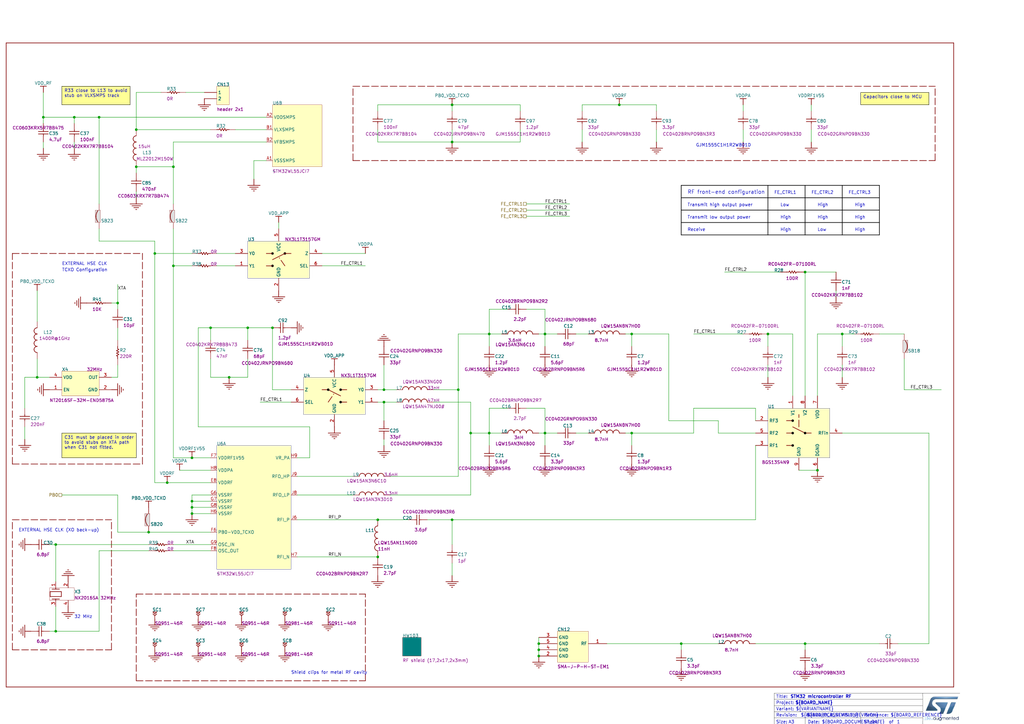
<source format=kicad_sch>
(kicad_sch (version 20231120) (generator "eeschema") (generator_version "8.0")
  (paper "A3")
  (title_block (title "STM32 microcontroller RF") (date "Not used") (rev "Not used") (company "STMicroelectronics"))
  (junction (at 185.42 58.2422))
  (junction (at 185.42 213.1822))
  (junction (at 22.86 223.3422))
  (junction (at 220.98 266.5222))
  (junction (at 157.48 164.9222))
  (junction (at 40.64 48.0822))
  (junction (at 330.2 263.9822))
  (junction (at 335.28 192.8622))
  (junction (at 193.04 177.6222))
  (junction (at 78.74 187.7822))
  (junction (at 330.2 111.5822))
  (junction (at 15.24 154.7622))
  (junction (at 68.58 197.9422))
  (junction (at 86.36 134.4422))
  (junction (at 63.5 103.9622))
  (junction (at 220.98 263.9822))
  (junction (at 279.4 263.9822))
  (junction (at 78.74 205.5622))
  (junction (at 55.88 53.1622))
  (junction (at 22.86 258.9022))
  (junction (at 223.52 136.9822))
  (junction (at 187.96 159.8422))
  (junction (at 254 43.0022))
  (junction (at 200.66 177.6222))
  (junction (at 185.42 43.0022))
  (junction (at 55.88 68.4022))
  (junction (at 157.48 159.8422))
  (junction (at 60.96 218.2622))
  (junction (at 30.48 48.0822))
  (junction (at 93.98 154.7622))
  (junction (at 78.74 210.6422))
  (junction (at 48.26 124.2822))
  (junction (at 345.44 136.9822))
  (junction (at 71.12 109.0422))
  (junction (at 154.94 228.4222))
  (junction (at 259.08 177.6222))
  (junction (at 78.74 208.1022))
  (junction (at 223.52 177.6222))
  (junction (at 259.08 136.9822))
  (junction (at 17.78 48.0822))
  (junction (at 220.98 269.0622))
  (junction (at 111.76 134.4422))
  (junction (at 101.6 134.4422))
  (junction (at 314.96 136.9822))
  (junction (at 154.94 213.1822))
  (junction (at 200.66 136.9822))
  (junction (at 71.12 68.4022))
  (polyline (pts (xy 45.72 266.5222) (xy 45.72 213.1822)) (stroke (width 0.254) (type dash) (color 128 0 0 1)))
  (wire (pts (xy 223.52 177.6222) (xy 223.52 182.7022)))
  (wire (pts (xy 22.86 258.9022) (xy 40.64 258.9022)))
  (wire (pts (xy 185.42 53.1622) (xy 185.42 58.2422)))
  (wire (pts (xy 259.08 177.6222) (xy 259.08 182.7022)))
  (wire (pts (xy 185.42 213.1822) (xy 185.42 223.3422)))
  (wire (pts (xy 187.96 195.4022) (xy 187.96 159.8422)))
  (wire (pts (xy 114.3 93.8022) (xy 114.3 91.2622)))
  (wire (pts (xy 342.9 119.2022) (xy 342.9 121.7422)))
  (wire (pts (xy 335.28 136.9822) (xy 345.44 136.9822)))
  (wire (pts (xy 332.74 43.0022) (xy 332.74 45.5422)))
  (wire (pts (xy 193.04 177.6222) (xy 200.66 177.6222)))
  (wire (pts (xy 345.44 136.9822) (xy 350.52 136.9822)))
  (wire (pts (xy 200.66 136.9822) (xy 205.74 136.9822)))
  (wire (pts (xy 101.6 154.7622) (xy 101.6 147.1422)))
  (polyline (pts (xy 2.54 17.6022) (xy 391.16 17.6022)) (stroke (width 0.254) (type solid) (color 128 0 0 1)))
  (polyline (pts (xy 330.2 76.0222) (xy 330.2 96.3422)) (stroke (width 0.254) (type solid) (color 0 0 0 1)))
  (wire (pts (xy 269.24 43.0022) (xy 269.24 45.5422)))
  (polyline (pts (xy 58.42 190.3222) (xy 58.42 103.9622)) (stroke (width 0.254) (type dash) (color 128 0 0 1)))
  (wire (pts (xy 185.42 213.1822) (xy 309.88 213.1822)))
  (wire (pts (xy 71.12 109.0422) (xy 71.12 93.8022)))
  (wire (pts (xy 259.08 136.9822) (xy 274.32 136.9822)))
  (wire (pts (xy 101.6 134.4422) (xy 101.6 139.5222)))
  (wire (pts (xy 193.04 203.0222) (xy 193.04 177.6222)))
  (wire (pts (xy 40.64 48.0822) (xy 40.64 83.6422)))
  (polyline (pts (xy 378.46 286.8422) (xy 317.5 286.8422)) (stroke (width 0.0254) (type solid) (color 0 0 0 1)))
  (wire (pts (xy 86.36 154.7622) (xy 93.98 154.7622)))
  (wire (pts (xy 88.9 109.0422) (xy 96.52 109.0422)))
  (wire (pts (xy 342.9 111.5822) (xy 330.2 111.5822)))
  (wire (pts (xy 86.36 53.1622) (xy 55.88 53.1622)))
  (wire (pts (xy 309.88 167.4622) (xy 309.88 172.5422)))
  (wire (pts (xy 241.3 177.6222) (xy 236.22 177.6222)))
  (wire (pts (xy 345.44 149.6822) (xy 345.44 154.7622)))
  (wire (pts (xy 200.66 126.8222) (xy 208.28 126.8222)))
  (wire (pts (xy 154.94 43.0022) (xy 154.94 45.5422)))
  (polyline (pts (xy 144.78 65.8622) (xy 144.78 35.3822)) (stroke (width 0.254) (type dash) (color 128 0 0 1)))
  (wire (pts (xy 48.26 139.5222) (xy 48.26 134.4422)))
  (polyline (pts (xy 383.54 65.8622) (xy 383.54 35.3822)) (stroke (width 0.254) (type dash) (color 128 0 0 1)))
  (wire (pts (xy 274.32 172.5422) (xy 294.64 172.5422)))
  (wire (pts (xy 63.5 103.9622) (xy 78.74 103.9622)))
  (wire (pts (xy 213.36 53.1622) (xy 213.36 58.2422)))
  (wire (pts (xy 10.16 175.0822) (xy 10.16 180.1622)))
  (wire (pts (xy 284.48 167.4622) (xy 309.88 167.4622)))
  (polyline (pts (xy 144.78 35.3822) (xy 383.54 35.3822)) (stroke (width 0.254) (type dash) (color 128 0 0 1)))
  (wire (pts (xy 256.54 136.9822) (xy 259.08 136.9822)))
  (polyline (pts (xy 55.88 279.2222) (xy 149.86 279.2222)) (stroke (width 0.254) (type dash) (color 128 0 0 1)))
  (wire (pts (xy 55.88 53.1622) (xy 55.88 37.9222)))
  (polyline (pts (xy 279.4 81.1022) (xy 360.68 81.1022)) (stroke (width 0.254) (type solid) (color 0 0 0 1)))
  (wire (pts (xy 304.8 43.0022) (xy 304.8 45.5422)))
  (wire (pts (xy 22.86 238.5822) (xy 22.86 223.3422)))
  (wire (pts (xy 284.48 177.6222) (xy 284.48 167.4622)))
  (wire (pts (xy 71.12 223.3422) (xy 86.36 223.3422)))
  (wire (pts (xy 370.84 147.1422) (xy 370.84 159.8422)))
  (wire (pts (xy 223.52 136.9822) (xy 223.52 142.0622)))
  (wire (pts (xy 78.74 210.6422) (xy 86.36 210.6422)))
  (wire (pts (xy 279.4 263.9822) (xy 294.64 263.9822)))
  (wire (pts (xy 220.98 266.5222) (xy 220.98 263.9822)))
  (wire (pts (xy 157.48 180.1622) (xy 157.48 182.7022)))
  (polyline (pts (xy 317.5 289.3822) (xy 378.46 289.3822)) (stroke (width 0.0254) (type solid) (color 0 0 0 1)))
  (wire (pts (xy 228.6 177.6222) (xy 223.52 177.6222)))
  (wire (pts (xy 223.52 167.4622) (xy 223.52 177.6222)))
  (wire (pts (xy 78.74 203.0222) (xy 78.74 205.5622)))
  (wire (pts (xy 86.36 203.0222) (xy 78.74 203.0222)))
  (wire (pts (xy 22.86 248.7422) (xy 22.86 258.9022)))
  (wire (pts (xy 314.96 136.9822) (xy 325.12 136.9822)))
  (wire (pts (xy 332.74 53.1622) (xy 332.74 58.2422)))
  (polyline (pts (xy 317.5 294.4622) (xy 378.46 294.4622)) (stroke (width 0.0254) (type solid) (color 0 0 0 1)))
  (wire (pts (xy 25.4 203.0222) (xy 48.26 203.0222)))
  (wire (pts (xy 68.58 197.9422) (xy 86.36 197.9422)))
  (wire (pts (xy 81.28 175.0822) (xy 81.28 134.4422)))
  (wire (pts (xy 104.14 65.8622) (xy 104.14 73.4822)))
  (wire (pts (xy 279.4 263.9822) (xy 279.4 266.5222)))
  (wire (pts (xy 175.26 213.1822) (xy 185.42 213.1822)))
  (wire (pts (xy 71.12 109.0422) (xy 78.74 109.0422)))
  (wire (pts (xy 238.76 53.1622) (xy 238.76 58.2422)))
  (wire (pts (xy 71.12 187.7822) (xy 71.12 109.0422)))
  (wire (pts (xy 200.66 142.0622) (xy 200.66 136.9822)))
  (wire (pts (xy 55.88 37.9222) (xy 66.04 37.9222)))
  (wire (pts (xy 154.94 159.8422) (xy 157.48 159.8422)))
  (wire (pts (xy 223.52 126.8222) (xy 223.52 136.9822)))
  (polyline (pts (xy 55.88 279.2222) (xy 55.88 243.6622)) (stroke (width 0.254) (type dash) (color 128 0 0 1)))
  (wire (pts (xy 71.12 68.4022) (xy 71.12 58.2422)))
  (wire (pts (xy 78.74 187.7822) (xy 71.12 187.7822)))
  (wire (pts (xy 111.76 134.4422) (xy 111.76 159.8422)))
  (wire (pts (xy 200.66 177.6222) (xy 205.74 177.6222)))
  (polyline (pts (xy 391.16 281.7622) (xy 391.16 17.6022)) (stroke (width 0.254) (type solid) (color 128 0 0 1)))
  (wire (pts (xy 154.94 213.1822) (xy 167.64 213.1822)))
  (polyline (pts (xy 378.46 284.3022) (xy 378.46 297.0022)) (stroke (width 0.0254) (type solid) (color 0 0 0 1)))
  (wire (pts (xy 200.66 182.7022) (xy 200.66 177.6222)))
  (wire (pts (xy 71.12 68.4022) (xy 55.88 68.4022)))
  (wire (pts (xy 121.92 195.4022) (xy 144.78 195.4022)))
  (wire (pts (xy 127 175.0822) (xy 81.28 175.0822)))
  (wire (pts (xy 86.36 147.1422) (xy 86.36 154.7622)))
  (wire (pts (xy 368.3 263.9822) (xy 381 263.9822)))
  (wire (pts (xy 259.08 177.6222) (xy 284.48 177.6222)))
  (wire (pts (xy 220.98 263.9822) (xy 220.98 261.4422)))
  (polyline (pts (xy 345.44 76.0222) (xy 345.44 96.3422)) (stroke (width 0.254) (type solid) (color 0 0 0 1)))
  (wire (pts (xy 177.8 164.9222) (xy 193.04 164.9222)))
  (wire (pts (xy 40.64 98.8822) (xy 63.5 98.8822)))
  (wire (pts (xy 78.74 205.5622) (xy 86.36 205.5622)))
  (wire (pts (xy 93.98 154.7622) (xy 101.6 154.7622)))
  (wire (pts (xy 185.42 43.0022) (xy 154.94 43.0022)))
  (wire (pts (xy 220.98 269.0622) (xy 220.98 266.5222)))
  (wire (pts (xy 109.22 65.8622) (xy 104.14 65.8622)))
  (wire (pts (xy 213.36 43.0022) (xy 213.36 45.5422)))
  (polyline (pts (xy 314.96 76.0222) (xy 314.96 96.3422)) (stroke (width 0.254) (type solid) (color 0 0 0 1)))
  (wire (pts (xy 78.74 208.1022) (xy 78.74 210.6422)))
  (wire (pts (xy 86.36 208.1022) (xy 78.74 208.1022)))
  (polyline (pts (xy 144.78 65.8622) (xy 383.54 65.8622)) (stroke (width 0.254) (type dash) (color 128 0 0 1)))
  (wire (pts (xy 213.36 58.2422) (xy 185.42 58.2422)))
  (wire (pts (xy 96.52 53.1622) (xy 109.22 53.1622)))
  (wire (pts (xy 20.32 154.7622) (xy 15.24 154.7622)))
  (wire (pts (xy 86.36 134.4422) (xy 101.6 134.4422)))
  (wire (pts (xy 48.26 154.7622) (xy 45.72 154.7622)))
  (wire (pts (xy 314.96 142.0622) (xy 314.96 136.9822)))
  (wire (pts (xy 200.66 167.4622) (xy 208.28 167.4622)))
  (wire (pts (xy 111.76 159.8422) (xy 119.38 159.8422)))
  (wire (pts (xy 177.8 159.8422) (xy 187.96 159.8422)))
  (wire (pts (xy 40.64 93.8022) (xy 40.64 98.8822)))
  (polyline (pts (xy 2.54 281.7622) (xy 391.16 281.7622)) (stroke (width 0.254) (type solid) (color 128 0 0 1)))
  (polyline (pts (xy 279.4 96.3422) (xy 360.68 96.3422)) (stroke (width 0.254) (type solid) (color 0 0 0 1)))
  (polyline (pts (xy 279.4 86.1822) (xy 360.68 86.1822)) (stroke (width 0.254) (type solid) (color 0 0 0 1)))
  (wire (pts (xy 30.48 48.0822) (xy 40.64 48.0822)))
  (wire (pts (xy 335.28 162.3822) (xy 335.28 136.9822)))
  (polyline (pts (xy 5.08 266.5222) (xy 5.08 213.1822)) (stroke (width 0.254) (type dash) (color 128 0 0 1)))
  (polyline (pts (xy 5.08 213.1822) (xy 45.72 213.1822)) (stroke (width 0.254) (type dash) (color 128 0 0 1)))
  (wire (pts (xy 55.88 68.4022) (xy 55.88 70.9422)))
  (wire (pts (xy 381 263.9822) (xy 381 177.6222)))
  (polyline (pts (xy 360.68 76.0222) (xy 360.68 96.3422)) (stroke (width 0.254) (type solid) (color 0 0 0 1)))
  (wire (pts (xy 78.74 205.5622) (xy 78.74 208.1022)))
  (polyline (pts (xy 353.06 291.9222) (xy 353.06 297.0022)) (stroke (width 0.0254) (type solid) (color 0 0 0 1)))
  (polyline (pts (xy 317.5 284.3022) (xy 317.5 297.0022)) (stroke (width 0.0254) (type solid) (color 0 0 0 1)))
  (wire (pts (xy 55.88 78.5622) (xy 55.88 81.1022)))
  (wire (pts (xy 63.5 98.8822) (xy 63.5 103.9622)))
  (wire (pts (xy 71.12 58.2422) (xy 109.22 58.2422)))
  (wire (pts (xy 132.08 109.0422) (xy 149.86 109.0422)))
  (wire (pts (xy 101.6 134.4422) (xy 111.76 134.4422)))
  (wire (pts (xy 185.42 58.2422) (xy 154.94 58.2422)))
  (wire (pts (xy 259.08 142.0622) (xy 259.08 136.9822)))
  (wire (pts (xy 40.64 48.0822) (xy 109.22 48.0822)))
  (wire (pts (xy 200.66 177.6222) (xy 200.66 167.4622)))
  (wire (pts (xy 241.3 136.9822) (xy 236.22 136.9822)))
  (wire (pts (xy 10.16 167.4622) (xy 10.16 154.7622)))
  (wire (pts (xy 330.2 263.9822) (xy 360.68 263.9822)))
  (wire (pts (xy 238.76 43.0022) (xy 254 43.0022)))
  (wire (pts (xy 157.48 159.8422) (xy 162.56 159.8422)))
  (wire (pts (xy 215.9 88.7222) (xy 233.68 88.7222)))
  (wire (pts (xy 60.96 223.3422) (xy 22.86 223.3422)))
  (polyline (pts (xy 330.2 294.4622) (xy 330.2 297.0022)) (stroke (width 0.0254) (type solid) (color 0 0 0 1)))
  (polyline (pts (xy 279.4 91.2622) (xy 360.68 91.2622)) (stroke (width 0.254) (type solid) (color 0 0 0 1)))
  (polyline (pts (xy 55.88 243.6622) (xy 149.86 243.6622)) (stroke (width 0.254) (type dash) (color 128 0 0 1)))
  (wire (pts (xy 127 187.7822) (xy 127 175.0822)))
  (wire (pts (xy 274.32 136.9822) (xy 274.32 172.5422)))
  (wire (pts (xy 71.12 225.8822) (xy 86.36 225.8822)))
  (polyline (pts (xy 149.86 279.2222) (xy 149.86 243.6622)) (stroke (width 0.254) (type dash) (color 128 0 0 1)))
  (wire (pts (xy 63.5 197.9422) (xy 68.58 197.9422)))
  (wire (pts (xy 381 177.6222) (xy 345.44 177.6222)))
  (wire (pts (xy 187.96 159.8422) (xy 187.96 136.9822)))
  (wire (pts (xy 314.96 149.6822) (xy 314.96 154.7622)))
  (wire (pts (xy 370.84 159.8422) (xy 386.08 159.8422)))
  (wire (pts (xy 254 43.0022) (xy 269.24 43.0022)))
  (wire (pts (xy 215.9 167.4622) (xy 223.52 167.4622)))
  (wire (pts (xy 10.16 154.7622) (xy 15.24 154.7622)))
  (wire (pts (xy 48.26 203.0222) (xy 48.26 218.2622)))
  (polyline (pts (xy 5.08 266.5222) (xy 45.72 266.5222)) (stroke (width 0.254) (type dash) (color 128 0 0 1)))
  (polyline (pts (xy 317.5 291.9222) (xy 378.46 291.9222)) (stroke (width 0.0254) (type solid) (color 0 0 0 1)))
  (wire (pts (xy 325.12 136.9822) (xy 325.12 162.3822)))
  (wire (pts (xy 17.78 48.0822) (xy 30.48 48.0822)))
  (wire (pts (xy 48.26 126.8222) (xy 48.26 124.2822)))
  (wire (pts (xy 121.92 187.7822) (xy 127 187.7822)))
  (wire (pts (xy 15.24 119.2022) (xy 15.24 131.9022)))
  (wire (pts (xy 269.24 53.1622) (xy 269.24 58.2422)))
  (wire (pts (xy 45.72 124.2822) (xy 48.26 124.2822)))
  (wire (pts (xy 30.48 58.2422) (xy 30.48 60.7822)))
  (polyline (pts (xy 2.54 281.7622) (xy 2.54 17.6022)) (stroke (width 0.254) (type solid) (color 128 0 0 1)))
  (wire (pts (xy 157.48 149.6822) (xy 157.48 159.8422)))
  (wire (pts (xy 187.96 136.9822) (xy 200.66 136.9822)))
  (wire (pts (xy 185.42 230.9622) (xy 185.42 236.0422)))
  (wire (pts (xy 215.9 126.8222) (xy 223.52 126.8222)))
  (wire (pts (xy 228.6 136.9822) (xy 223.52 136.9822)))
  (wire (pts (xy 160.02 203.0222) (xy 193.04 203.0222)))
  (polyline (pts (xy 393.7 284.3022) (xy 317.5 284.3022)) (stroke (width 0.0254) (type solid) (color 0 0 0 1)))
  (wire (pts (xy 223.52 177.6222) (xy 220.98 177.6222)))
  (wire (pts (xy 17.78 48.0822) (xy 17.78 50.6222)))
  (wire (pts (xy 40.64 225.8822) (xy 60.96 225.8822)))
  (polyline (pts (xy 279.4 76.0222) (xy 279.4 96.3422)) (stroke (width 0.254) (type solid) (color 0 0 0 1)))
  (wire (pts (xy 345.44 136.9822) (xy 345.44 142.0622)))
  (wire (pts (xy 86.36 187.7822) (xy 78.74 187.7822)))
  (wire (pts (xy 327.66 192.8622) (xy 335.28 192.8622)))
  (wire (pts (xy 48.26 218.2622) (xy 60.96 218.2622)))
  (wire (pts (xy 88.9 103.9622) (xy 96.52 103.9622)))
  (wire (pts (xy 63.5 103.9622) (xy 63.5 197.9422)))
  (wire (pts (xy 17.78 37.9222) (xy 17.78 48.0822)))
  (wire (pts (xy 320.04 111.5822) (xy 297.18 111.5822)))
  (wire (pts (xy 330.2 111.5822) (xy 330.2 162.3822)))
  (wire (pts (xy 48.26 149.6822) (xy 48.26 154.7622)))
  (wire (pts (xy 360.68 136.9822) (xy 370.84 136.9822)))
  (wire (pts (xy 160.02 195.4022) (xy 187.96 195.4022)))
  (wire (pts (xy 22.86 223.3422) (xy 20.32 223.3422)))
  (wire (pts (xy 185.42 43.0022) (xy 213.36 43.0022)))
  (wire (pts (xy 154.94 228.4222) (xy 121.92 228.4222)))
  (polyline (pts (xy 5.08 190.3222) (xy 5.08 103.9622)) (stroke (width 0.254) (type dash) (color 128 0 0 1)))
  (wire (pts (xy 154.94 58.2422) (xy 154.94 53.1622)))
  (wire (pts (xy 71.12 83.6422) (xy 71.12 68.4022)))
  (polyline (pts (xy 279.4 76.0222) (xy 360.68 76.0222)) (stroke (width 0.254) (type solid) (color 0 0 0 1)))
  (wire (pts (xy 304.8 53.1622) (xy 304.8 58.2422)))
  (wire (pts (xy 157.48 172.5422) (xy 157.48 164.9222)))
  (wire (pts (xy 256.54 177.6222) (xy 259.08 177.6222)))
  (wire (pts (xy 330.2 266.5222) (xy 330.2 263.9822)))
  (wire (pts (xy 157.48 164.9222) (xy 162.56 164.9222)))
  (wire (pts (xy 121.92 213.1822) (xy 154.94 213.1822)))
  (wire (pts (xy 86.36 134.4422) (xy 86.36 139.5222)))
  (wire (pts (xy 304.8 136.9822) (xy 284.48 136.9822)))
  (wire (pts (xy 215.9 86.1822) (xy 233.68 86.1822)))
  (wire (pts (xy 17.78 58.2422) (xy 17.78 60.7822)))
  (wire (pts (xy 279.4 263.9822) (xy 248.92 263.9822)))
  (wire (pts (xy 81.28 134.4422) (xy 86.36 134.4422)))
  (wire (pts (xy 223.52 136.9822) (xy 220.98 136.9822)))
  (wire (pts (xy 309.88 213.1822) (xy 309.88 182.7022)))
  (wire (pts (xy 215.9 83.6422) (xy 233.68 83.6422)))
  (wire (pts (xy 121.92 203.0222) (xy 144.78 203.0222)))
  (wire (pts (xy 294.64 177.6222) (xy 309.88 177.6222)))
  (polyline (pts (xy 5.08 103.9622) (xy 58.42 103.9622)) (stroke (width 0.254) (type dash) (color 128 0 0 1)))
  (wire (pts (xy 86.36 192.8622) (xy 73.66 192.8622)))
  (wire (pts (xy 20.32 258.9022) (xy 22.86 258.9022)))
  (wire (pts (xy 132.08 103.9622) (xy 149.86 103.9622)))
  (wire (pts (xy 200.66 136.9822) (xy 200.66 126.8222)))
  (wire (pts (xy 48.26 124.2822) (xy 48.26 116.6622)))
  (wire (pts (xy 15.24 154.7622) (xy 15.24 147.1422)))
  (wire (pts (xy 76.2 37.9222) (xy 83.82 37.9222)))
  (wire (pts (xy 60.96 218.2622) (xy 86.36 218.2622)))
  (wire (pts (xy 154.94 164.9222) (xy 157.48 164.9222)))
  (wire (pts (xy 40.64 258.9022) (xy 40.64 225.8822)))
  (wire (pts (xy 294.64 172.5422) (xy 294.64 177.6222)))
  (wire (pts (xy 185.42 45.5422) (xy 185.42 43.0022)))
  (wire (pts (xy 309.88 263.9822) (xy 330.2 263.9822)))
  (wire (pts (xy 193.04 164.9222) (xy 193.04 177.6222)))
  (polyline (pts (xy 5.08 190.3222) (xy 58.42 190.3222)) (stroke (width 0.254) (type dash) (color 128 0 0 1)))
  (wire (pts (xy 119.38 164.9222) (xy 106.68 164.9222)))
  (wire (pts (xy 30.48 48.0822) (xy 30.48 50.6222)))
  (wire (pts (xy 238.76 45.5422) (xy 238.76 43.0022)))
  (image (at 386.041 290.6522) (scale 1.15385))
  (text_box "GJM1555C1H1R2WB01D" (at 310.618 57.7342 0) (size -26.138 3.048) (stroke (width -0.0001) (color 0 0 0 1)) (fill (type color) (color 255 255 255 1)) (effects (font (size 1.27 1.27)) (justify left top)))
  (text_box "R33 close to L13 to avoid stub on VLXSMPS track" (at 53.34 35.3822 0) (size -27.94 7.62) (stroke (width 0) (color 0 0 0 1)) (fill (type color) (color 255 255 150 1)) (effects (font (size 1.27 1.27)) (justify left top)))
  (text_box "C31 must be placed in order to avoid stubs on XTA path when C31 not fitted.\n" (at 55.88 177.6222 0) (size -30.48 10.16) (stroke (width 0) (color 0 0 0 1)) (fill (type color) (color 255 255 150 1)) (effects (font (size 1.27 1.27)) (justify left top)))
  (text_box "Capacitors close to MCU" (at 381 37.9222 0) (size -27.94 5.08) (stroke (width 0) (color 0 0 0 1)) (fill (type color) (color 255 255 150 1)) (effects (font (size 1.27 1.27)) (justify left top)))
  (text "Title:" (at 318.262 286.5882 0) (effects (font (size 1.27 1.27)) (justify left bottom)))
  (text "${#}" (at 361.188 297.0022 0) (effects (font (size 1.27 1.27)) (justify left bottom)))
  (text "High" (at 350.52 84.9122 0) (effects (font (size 1.27 1.27)) (justify left bottom)))
  (text "A3" (at 323.342 297.0022 0) (effects (font (size 1.27 1.27)) (justify left bottom)))
  (text "Low" (at 335.28 95.0722 0) (effects (font (size 1.27 1.27)) (justify left bottom)))
  (text "${BOARD_ASSEMBLY_REVISION}" (at 330.962 294.2082 0) (effects (font (size 1.27 1.27)) (justify left bottom)))
  (text "RF front-end configuration" (at 281.94 79.8322 0) (effects (font (size 1.524 1.524)) (justify left bottom)))
  (text "Receive" (at 281.94 95.0722 0) (effects (font (size 1.27 1.27)) (justify left bottom)))
  (text "Sheet:" (at 354.33 297.0022 0) (effects (font (size 1.27 1.27)) (justify left bottom)))
  (text "Transmit low output power" (at 281.94 89.9922 0) (effects (font (size 1.27 1.27)) (justify left bottom)))
  (text "Shield clips for metal RF cavity" (at 119.38 276.6822 0) (effects (font (size 1.27 1.27)) (justify left bottom)))
  (text "-" (at 330.2 294.2082 0) (effects (font (size 1.27 1.27)) (justify left bottom)))
  (text "${VARIANTNAME}" (at 326.39 291.6682 0) (effects (font (size 1.27 1.27)) (justify left bottom)))
  (text "High" (at 320.04 95.0722 0) (effects (font (size 1.27 1.27)) (justify left bottom)))
  (text "Transmit high output power" (at 281.94 84.9122 0) (effects (font (size 1.27 1.27)) (justify left bottom)))
  (text "FE_CTRL3" (at 347.98 79.8322 0) (effects (font (size 1.27 1.27)) (justify left bottom)))
  (text "FE_CTRL2" (at 332.74 79.8322 0) (effects (font (size 1.27 1.27)) (justify left bottom)))
  (text "FE_CTRL1" (at 317.5 79.8322 0) (effects (font (size 1.27 1.27)) (justify left bottom)))
  (text "Reference:" (at 354.33 294.2082 0) (effects (font (size 1.27 1.27)) (justify left bottom)))
  (text "${TITLE}" (at 324.104 286.5882 0) (effects (font (size 1.27 1.27) (bold yes)) (justify left bottom)))
  (text "of" (at 364.49 297.0022 0) (effects (font (size 1.27 1.27)) (justify left bottom)))
  (text "Date:" (at 331.216 297.0022 0) (effects (font (size 1.27 1.27)) (justify left bottom)))
  (text "Revision:" (at 318.262 294.2082 0) (effects (font (size 1.27 1.27)) (justify left bottom)))
  (text "High" (at 335.28 84.9122 0) (effects (font (size 1.27 1.27)) (justify left bottom)))
  (text "High" (at 335.28 89.9922 0) (effects (font (size 1.27 1.27)) (justify left bottom)))
  (text "Variant:" (at 318.262 291.6682 0) (effects (font (size 1.27 1.27)) (justify left bottom)))
  (text "High" (at 350.52 89.9922 0) (effects (font (size 1.27 1.27)) (justify left bottom)))
  (text "32 MHz" (at 30.48 253.8222 0) (effects (font (size 1.27 1.27)) (justify left bottom)))
  (text "${BOARD_REFERENCE}" (at 365.252 294.2082 0) (effects (font (size 1.27 1.27)) (justify left bottom)))
  (text "Low" (at 320.04 84.9122 0) (effects (font (size 1.27 1.27)) (justify left bottom)))
  (text "Size:" (at 318.262 297.0022 0) (effects (font (size 1.27 1.27)) (justify left bottom)))
  (text "Project:" (at 318.262 289.1282 0) (effects (font (size 1.27 1.27)) (justify left bottom)))
  (text "High" (at 350.52 95.0722 0) (effects (font (size 1.27 1.27)) (justify left bottom)))
  (text "${##}" (at 367.792 297.0022 0) (effects (font (size 1.27 1.27)) (justify left bottom)))
  (text "${BOARD_DOCUMENT_DATE}" (at 337.058 297.0022 0) (effects (font (size 1.27 1.27)) (justify left bottom)))
  (text "${BOARD_NAME}" (at 326.136 289.1282 0) (effects (font (size 1.27 1.27) (bold yes)) (justify left bottom)))
  (text "High" (at 320.04 89.9922 0) (effects (font (size 1.27 1.27)) (justify left bottom)))
  (text "EXTERNAL HSE CLK (XO back-up)" (at 7.62 218.2622 0) (effects (font (size 1.27 1.27)) (justify left bottom)))
  (text "${BOARD_PCB_REVISION}" (at 328.422 294.2082 0) (effects (font (size 1.27 1.27)) (justify left bottom)))
  (text "TCXO Configuration" (at 25.4 111.5822 0) (effects (font (size 1.27 1.27)) (justify left bottom)))
  (text "EXTERNAL HSE CLK" (at 25.4 109.0422 0) (effects (font (size 1.27 1.27)) (justify left bottom)))
  (label "XTA" (at 76.2 223.3422 0))
  (label "RFI_P" (at 134.62 213.1822 0))
  (label "XTA" (at 48.26 119.2022 0))
  (label "FE_CTRL1" (at 223.52 83.6422 0))
  (label "FE_CTRL2" (at 223.52 86.1822 0))
  (label "FE_CTRL3" (at 373.38 159.8422 0))
  (label "FE_CTRL2" (at 297.18 111.5822 0))
  (label "RFI_N" (at 134.62 228.4222 0))
  (label "FE_CTRL3" (at 223.52 88.7222 0))
  (label "FE_CTRL1" (at 106.68 164.9222 0))
  (label "FE_CTRL1" (at 139.7 109.0422 0))
  (label "FE_CTRL1" (at 284.48 136.9822 0))
  (hierarchical_label "PB0" (shape passive) (at 25.4 203.0222 180))
  (hierarchical_label "FE_CTRL3" (shape passive) (at 215.9 88.7222 180))
  (hierarchical_label "FE_CTRL1" (shape passive) (at 215.9 83.6422 180))
  (hierarchical_label "FE_CTRL2" (shape passive) (at 215.9 86.1822 180))
  (symbol (lib_id "MB1389-altium-import:U_STM32_microcontroller_RF_0_Inductor") (at 208.28 134.4422 0) (unit 1)
    (property "Reference" "L5" (at 205.74 136.9822 0) (effects (justify left bottom)))
    (property "Value" "Inductor" (effects (hide yes)))
    (property "Footprint" "IND_0402_MURATA_LQW15AN_H0P5" (effects (hide yes)))
    (property "Description" "0402 inductor, 3.6nH +/-0.2nH, 900mA max, 0.04 ohm DC max, Q min = 30" (effects (hide yes)))
    (property "INTERNAL_PART_NUMBER" "MCD-01762" (effects (hide yes)))
    (property "ALTIUM_VALUE" "3.6nH" (at 208.28 140.2842 0) (effects (justify left bottom)))
    (property "STATUS" "Released" (effects (hide yes)))
    (property "PART_PREFERENCE" "Recommended" (effects (hide yes)))
    (property "PART_TYPE" "Inductor" (effects (hide yes)))
    (property "MANUFACTURER" "MURATA" (effects (hide yes)))
    (property "MANUFACTURER_PART_NUMBER" "LQW15AN3N6C10" (at 203.2 142.0622 0) (effects (justify left bottom)))
    (property "PACKAGE" "L0402" (effects (hide yes)))
    (property "COMPONENTLINK1DESCRIPTION" "Datasheet" (effects (hide yes)))
    (property "COMPONENTLINK1URL" "http://tunmcdsvn.tun.st.com/Component_Datasheet_Library/Trunk/Inductors/Murata_inductor_LQW15ANseries" (effects (hide yes)))
  )
  (symbol (lib_id "MB1389-altium-import:U_STM32_microcontroller_RF_0_Shield-clip_S0951-46R") (at 99.06 266.5222 0) (unit 1)
    (property "Reference" "SC6" (at 98.044 263.4742 0) (effects (justify left bottom)))
    (property "Footprint" "CLIP_HARWIN_S0951-46R" (effects (hide yes)))
    (property "Description" "shield clip Harwin S0951-46R to fix RF shielded cavity" (effects (hide yes)))
    (property "INTERNAL_PART_NUMBER" "MCD-01587" (effects (hide yes)))
    (property "ALTIUM_VALUE" "S0951-46R" (at 99.06 269.0622 0) (effects (justify left bottom)))
    (property "STATUS" "Footprint available" (effects (hide yes)))
    (property "PART_TYPE" "Connector" (effects (hide yes)))
    (property "MANUFACTURER_PART_NUMBER" "S0951-46R" (effects (hide yes)))
    (property "MANUFACTURER" "HARWIN" (effects (hide yes)))
    (property "PACKAGE" "na" (effects (hide yes)))
    (property "COMPONENTLINK1DESCRIPTION" "Datasheet" (effects (hide yes)))
    (property "COMPONENTLINK1URL" "http://tunmcdsvn.tun.st.com/Component_Datasheet_Library/Trunk/Connectors/Harwin_Shield-clip_S0951-46R" (effects (hide yes)))
    (property "ECCN_US" "tbd" (effects (hide yes)))
    (property "ECCN_EU" "tbd" (effects (hide yes)))
    (property "PROVIDED_BY" "SUBCO" (effects (hide yes)))
  )
  (symbol (lib_id "MB1389-altium-import:U_STM32_microcontroller_RF_0_Shield-clip_S0951-46R") (at 81.28 266.5222 0) (unit 1)
    (property "Reference" "SC3" (at 80.264 263.4742 0) (effects (justify left bottom)))
    (property "Footprint" "CLIP_HARWIN_S0951-46R" (effects (hide yes)))
    (property "Description" "shield clip Harwin S0951-46R to fix RF shielded cavity" (effects (hide yes)))
    (property "INTERNAL_PART_NUMBER" "MCD-01587" (effects (hide yes)))
    (property "ALTIUM_VALUE" "S0951-46R" (at 81.28 269.0622 0) (effects (justify left bottom)))
    (property "STATUS" "Footprint available" (effects (hide yes)))
    (property "PART_TYPE" "Connector" (effects (hide yes)))
    (property "MANUFACTURER_PART_NUMBER" "S0951-46R" (effects (hide yes)))
    (property "MANUFACTURER" "HARWIN" (effects (hide yes)))
    (property "PACKAGE" "na" (effects (hide yes)))
    (property "COMPONENTLINK1DESCRIPTION" "Datasheet" (effects (hide yes)))
    (property "COMPONENTLINK1URL" "http://tunmcdsvn.tun.st.com/Component_Datasheet_Library/Trunk/Connectors/Harwin_Shield-clip_S0951-46R" (effects (hide yes)))
    (property "ECCN_US" "tbd" (effects (hide yes)))
    (property "ECCN_EU" "tbd" (effects (hide yes)))
    (property "PROVIDED_BY" "SUBCO" (effects (hide yes)))
  )
  (symbol (lib_id "MB1389-altium-import:U_STM32_microcontroller_RF_0_XTAL_4_PINS") (at 25.4 243.6622 0) (unit 1)
    (property "Reference" "X3" (at 30.48 243.4082 0) (effects (justify left bottom)))
    (property "Footprint" "CRY_NX2016SA_4P" (effects (hide yes)))
    (property "Description" "Crystal 32MHz, 10pF, +-10 ppm, 50ohm max, SMD" (effects (hide yes)))
    (property "INTERNAL_PART_NUMBER" "MCD-01507" (effects (hide yes)))
    (property "ALTIUM_VALUE" "NX2016SA 32MHz" (at 30.48 245.9482 0) (effects (justify left bottom)))
    (property "STATUS" "Footprint available" (effects (hide yes)))
    (property "PART_TYPE" "Crystal_Osc" (effects (hide yes)))
    (property "MANUFACTURER_PART_NUMBER" "NX2016SA 32MHz EXS00A-CS06465" (effects (hide yes)))
    (property "MANUFACTURER" "NDK" (effects (hide yes)))
    (property "PACKAGE" "NX2016SA" (effects (hide yes)))
    (property "COMPONENTLINK1DESCRIPTION" "Datasheet" (effects (hide yes)))
    (property "COMPONENTLINK1URL" "http://tunmcdsvn.tun.st.com/Component_Datasheet_Library/Trunk/Crystal_Osc/NDK_NX2016SA 32MHz EXS00A-CS06465" (effects (hide yes)))
    (property "PROVIDED_BY" "SUBCO" (effects (hide yes)))
    (property "ORDER_CODE_DIGIKEY" "644-1300" (effects (hide yes)))
    (property "ECCN_US" "EAR99" (effects (hide yes)))
    (property "ECCN_EU" "NEC" (effects (hide yes)))
  )
  (symbol (lib_id "MB1389-altium-import:U_STM32_microcontroller_RF_3_SB_ON") (at 373.38 139.5222 0) (unit 1)
    (property "Reference" "SB18" (at 372.364 144.6022 0) (effects (justify left bottom)))
    (property "Footprint" "SOLDER-BRIDGE_R0603-0R" (effects (hide yes)))
    (property "Description" "Solder Bridge ON" (effects (hide yes)))
    (property "INTERNAL_PART_NUMBER" "MCD-00071" (effects (hide yes)))
    (property "PROVIDED_BY" "SUBCO" (effects (hide yes)))
    (property "STATUS" "Released" (effects (hide yes)))
    (property "PART_TYPE" "Mechanical" (effects (hide yes)))
    (property "MANUFACTURER_PART_NUMBER" "RC0603JR-070RL" (effects (hide yes)))
    (property "MANUFACTURER" "YAGEO" (effects (hide yes)))
    (property "PACKAGE" "SB0603" (effects (hide yes)))
    (property "COMPONENTLINK1DESCRIPTION" "Datasheet" (effects (hide yes)))
    (property "COMPONENTLINK1URL" "http://tunmcdsvn.tun.st.com/Component_Datasheet_Library/Trunk/Resistors/Yageo_Resistor_RC0603-series" (effects (hide yes)))
    (property "ECCN_US" "n/a" (effects (hide yes)))
    (property "ECCN_EU" "n/a" (effects (hide yes)))
  )
  (symbol (lib_id "MB1389-altium-import:GND_POWER_GROUND") (at 157.48 182.7022 0) (unit 1)
    (property "Reference" "#PWR?" (effects (hide yes)))
    (property "Value" "GND" (effects (hide yes)))
  )
  (symbol (lib_id "MB1389-altium-import:U_STM32_microcontroller_RF_0_STM32WL5x_BGA73") (at 111.76 43.0022 0) (unit 2)
    (property "Reference" "U6" (at 111.76 43.0022 0) (effects (justify left bottom)))
    (property "Value" "~" (at 111.76 70.9422 0) (effects (justify left bottom)))
    (property "Footprint" "ICC_UFBGA73_5X5_P050" (effects (hide yes)))
    (property "Description" "Multiprotocol Wireless 32-bit MCUwith LPWAN Sub-GHz radio solution" (effects (hide yes)))
    (property "INTERNAL_PART_NUMBER" "MCD-01435" (effects (hide yes)))
    (property "ALTIUM_VALUE" "STM32WL55JCI7" (at 111.76 70.9422 0) (effects (justify left bottom)))
    (property "STATUS" "Footprint available" (effects (hide yes)))
    (property "PART_TYPE" "IC" (effects (hide yes)))
    (property "MANUFACTURER_PART_NUMBER" "STM32WL55JCI7" (effects (hide yes)))
    (property "MANUFACTURER" "STMICROELECTRONICS" (effects (hide yes)))
    (property "PACKAGE" "UFBGA73" (effects (hide yes)))
    (property "COMPONENTLINK1DESCRIPTION" "Datasheet" (effects (hide yes)))
    (property "COMPONENTLINK1URL" "http://tunmcdsvn.tun.st.com/Component_Datasheet_Library/Trunk/IC/STM_STM32WL5x" (effects (hide yes)))
    (property "PROVIDED_BY" "n/a" (effects (hide yes)))
    (property "ECCN_US" "tbd" (effects (hide yes)))
    (property "ECCN_EU" "tbd" (effects (hide yes)))
  )
  (symbol (lib_id "MB1389-altium-import:U_STM32_microcontroller_RF_1_SB_ON") (at 38.1 91.2622 0) (unit 1)
    (property "Reference" "SB23" (at 41.402 91.2622 0) (effects (justify left bottom)))
    (property "Footprint" "SOLDER-BRIDGE_R0603-0R" (effects (hide yes)))
    (property "Description" "Solder Bridge ON" (effects (hide yes)))
    (property "INTERNAL_PART_NUMBER" "MCD-00071" (effects (hide yes)))
    (property "PROVIDED_BY" "SUBCO" (effects (hide yes)))
    (property "STATUS" "Released" (effects (hide yes)))
    (property "PART_TYPE" "Mechanical" (effects (hide yes)))
    (property "MANUFACTURER_PART_NUMBER" "RC0603JR-070RL" (effects (hide yes)))
    (property "MANUFACTURER" "YAGEO" (effects (hide yes)))
    (property "PACKAGE" "SB0603" (effects (hide yes)))
    (property "COMPONENTLINK1DESCRIPTION" "Datasheet" (effects (hide yes)))
    (property "COMPONENTLINK1URL" "http://tunmcdsvn.tun.st.com/Component_Datasheet_Library/Trunk/Resistors/Yageo_Resistor_RC0603-series" (effects (hide yes)))
    (property "ECCN_US" "n/a" (effects (hide yes)))
    (property "ECCN_EU" "n/a" (effects (hide yes)))
  )
  (symbol (lib_id "MB1389-altium-import:GND_POWER_GROUND") (at 137.16 175.0822 0) (unit 1)
    (property "Reference" "#PWR?" (effects (hide yes)))
    (property "Value" "GND" (effects (hide yes)))
  )
  (symbol (lib_id "MB1389-altium-import:U_STM32_microcontroller_RF_0_Resistor") (at 307.34 134.4422 0) (unit 1)
    (property "Reference" "R27" (at 302.26 136.9822 0) (effects (justify left bottom)))
    (property "Footprint" "R0402" (effects (hide yes)))
    (property "Description" "Resistor,100R,0402,1%,1/16W" (effects (hide yes)))
    (property "INTERNAL_PART_NUMBER" "MCD-00119" (effects (hide yes)))
    (property "ALTIUM_VALUE" "100R" (at 307.086 140.2842 0) (effects (justify left bottom)))
    (property "STATUS" "Released" (effects (hide yes)))
    (property "PART_TYPE" "Resistor" (effects (hide yes)))
    (property "MANUFACTURER_PART_NUMBER" "RC0402FR-07100RL" (at 299.72 134.4422 0) (effects (justify left bottom)))
    (property "MANUFACTURER" "YAGEO" (effects (hide yes)))
    (property "PACKAGE" "R0402" (effects (hide yes)))
    (property "COMPONENTLINK1DESCRIPTION" "Datasheet" (effects (hide yes)))
    (property "COMPONENTLINK1URL" "http://tunmcdsvn.tun.st.com/Component_Datasheet_Library/Trunk/Resistors/Yageo_Resistor_RC0402-series" (effects (hide yes)))
    (property "PROVIDED_BY" "SUBCO" (effects (hide yes)))
    (property "ECCN_US" "EAR99" (effects (hide yes)))
    (property "ECCN_EU" "NEC" (effects (hide yes)))
  )
  (symbol (lib_id "MB1389-altium-import:U_STM32_microcontroller_RF_1_Capacitor") (at 256.54 187.7822 0) (unit 1)
    (property "Reference" "C8" (at 261.366 187.5282 0) (effects (justify left bottom)))
    (property "Footprint" "C0402" (effects (hide yes)))
    (property "Description" "Capacitor, MLCC, 1.3pF, 50V, NPO, +/-0.1pF, 0402, T=0,5mm" (effects (hide yes)))
    (property "INTERNAL_PART_NUMBER" "MCD-01772" (effects (hide yes)))
    (property "ALTIUM_VALUE" "1.3pF" (at 261.366 190.0682 0) (effects (justify left bottom)))
    (property "STATUS" "Checked" (effects (hide yes)))
    (property "PART_TYPE" "Capacitor" (effects (hide yes)))
    (property "MANUFACTURER_PART_NUMBER" "CC0402BRNPO9BN1R3" (at 254 192.8622 0) (effects (justify left bottom)))
    (property "MANUFACTURER" "YAGEO" (effects (hide yes)))
    (property "PACKAGE" "C0402" (effects (hide yes)))
    (property "COMPONENTLINK1DESCRIPTION" "Datasheet" (effects (hide yes)))
    (property "COMPONENTLINK1URL" "http://tunmcdsvn.tun.st.com/Component_Datasheet_Library/Trunk/Capacitors/Yageo_Capacitor_NP0_16V-to-50V" (effects (hide yes)))
    (property "ECCN_US" "n/a" (effects (hide yes)))
    (property "ECCN_EU" "n/a" (effects (hide yes)))
    (property "PROVIDED_BY" "SUBCO" (effects (hide yes)))
  )
  (symbol (lib_id "MB1389-altium-import:GND_POWER_GROUND") (at 83.82 40.4622 0) (unit 1)
    (property "Reference" "#PWR?" (effects (hide yes)))
    (property "Value" "GND" (effects (hide yes)))
  )
  (symbol (lib_id "MB1389-altium-import:GND_POWER_GROUND") (at 78.74 210.6422 0) (unit 1)
    (property "Reference" "#PWR?" (effects (hide yes)))
    (property "Value" "GND" (effects (hide yes)))
  )
  (symbol (lib_id "MB1389-altium-import:GND_POWER_GROUND") (at 27.94 238.5822 180) (unit 1)
    (property "Reference" "#PWR?" (effects (hide yes)))
    (property "Value" "GND" (effects (hide yes)))
  )
  (symbol (lib_id "MB1389-altium-import:GND_POWER_GROUND") (at 223.52 190.3222 0) (unit 1)
    (property "Reference" "#PWR?" (effects (hide yes)))
    (property "Value" "GND" (effects (hide yes)))
  )
  (symbol (lib_id "MB1389-altium-import:U_STM32_microcontroller_RF_1_Capacitor") (at 53.34 76.0222 0) (unit 1)
    (property "Reference" "C85" (at 58.166 75.7682 0) (effects (justify left bottom)))
    (property "Footprint" "C0603" (effects (hide yes)))
    (property "Description" "Capacitor, MLCC, 470nF, 16V, X7R, 10%, 0603, T=0.8mm" (effects (hide yes)))
    (property "INTERNAL_PART_NUMBER" "MCD-01006" (effects (hide yes)))
    (property "ALTIUM_VALUE" "470nF" (at 58.166 78.3082 0) (effects (justify left bottom)))
    (property "STATUS" "Released" (effects (hide yes)))
    (property "PART_TYPE" "Capacitor" (effects (hide yes)))
    (property "MANUFACTURER_PART_NUMBER" "CC0603KRX7R7BB474" (at 48.26 81.1022 0) (effects (justify left bottom)))
    (property "MANUFACTURER" "YAGEO" (effects (hide yes)))
    (property "PACKAGE" "C0603" (effects (hide yes)))
    (property "COMPONENTLINK1DESCRIPTION" "Datasheet" (effects (hide yes)))
    (property "COMPONENTLINK1URL" "http://tunmcdsvn.tun.st.com/Component_Datasheet_Library/Trunk/Capacitors/Yageo_Multilayer_Capacitor_X7R_series_100pF_to_22uF/" (effects (hide yes)))
    (property "PROVIDED_BY" "SUBCO" (effects (hide yes)))
    (property "ECCN_US" "N/A" (effects (hide yes)))
    (property "ECCN_EU" "N/A" (effects (hide yes)))
  )
  (symbol (lib_id "MB1389-altium-import:U_STM32_microcontroller_RF_3_Capacitor") (at 157.48 48.0822 0) (unit 1)
    (property "Reference" "C77" (at 157.226 50.3682 0) (effects (justify left bottom)))
    (property "Footprint" "C0402" (effects (hide yes)))
    (property "Description" "Capacitor, MLCC, 100nF, 16V, X7R, 10%, 0402, T=0,5mm" (effects (hide yes)))
    (property "INTERNAL_PART_NUMBER" "MCD-00102" (effects (hide yes)))
    (property "ALTIUM_VALUE" "100nF" (at 157.226 52.9082 0) (effects (justify left bottom)))
    (property "STATUS" "Released" (effects (hide yes)))
    (property "MANUFACTURER_PART_NUMBER" "CC0402KRX7R7BB104" (at 149.86 55.7022 0) (effects (justify left bottom)))
    (property "MANUFACTURER" "YAGEO" (effects (hide yes)))
    (property "PACKAGE" "C0402" (effects (hide yes)))
    (property "COMPONENTLINK1DESCRIPTION" "Datasheet" (effects (hide yes)))
    (property "PROVIDED_BY" "SUBCO" (effects (hide yes)))
    (property "PART_TYPE" "Capacitor" (effects (hide yes)))
    (property "COMPONENTLINK1URL" "http://tunmcdsvn.tun.st.com/Component_Datasheet_Library/Trunk/Capacitors/Yageo_Multilayer_Capacitor_X7R_series_100pF_to_22uF" (effects (hide yes)))
    (property "ALTERNATE_MANUFACTURER_PART_NUMBER" "GCM155R71C104KA55D" (effects (hide yes)))
    (property "ALTERNATE_MANUFACTURER" "MURATA" (effects (hide yes)))
    (property "ECCN_US" "EAR99" (effects (hide yes)))
    (property "ECCN_EU" "NEC" (effects (hide yes)))
  )
  (symbol (lib_id "MB1389-altium-import:U_STM32_microcontroller_RF_0_Inductor") (at 243.84 175.0822 0) (unit 1)
    (property "Reference" "L4" (at 241.3 177.6222 0) (effects (justify left bottom)))
    (property "Footprint" "IND_0402_MURATA_LQW15AN_H0P5" (effects (hide yes)))
    (property "Description" "0402 inductor, 8.7nH +/-3%, 540mA max, 0.14 ohm DC max, Q min = 25" (effects (hide yes)))
    (property "INTERNAL_PART_NUMBER" "MCD-01768" (effects (hide yes)))
    (property "ALTIUM_VALUE" "8.7nH" (at 243.84 180.9242 0) (effects (justify left bottom)))
    (property "STATUS" "Checked" (effects (hide yes)))
    (property "PART_TYPE" "Inductor" (effects (hide yes)))
    (property "MANUFACTURER_PART_NUMBER" "LQW15AN8N7H00" (at 246.38 175.0822 0) (effects (justify left bottom)))
    (property "MANUFACTURER" "MURATA" (effects (hide yes)))
    (property "PACKAGE" "L0402" (effects (hide yes)))
    (property "COMPONENTLINK1DESCRIPTION" "Datasheet" (effects (hide yes)))
    (property "COMPONENTLINK1URL" "http://tunmcdsvn.tun.st.com/Component_Datasheet_Library/Trunk/Inductors/Murata_inductor_LQW15ANseries" (effects (hide yes)))
    (property "ECCN_US" "n/a" (effects (hide yes)))
    (property "ECCN_EU" "n/a" (effects (hide yes)))
    (property "PROVIDED_BY" "SUBCO" (effects (hide yes)))
  )
  (symbol (lib_id "MB1389-altium-import:VDDPA_BAR") (at 149.86 103.9622 180) (unit 1)
    (property "Reference" "#PWR?" (effects (hide yes)))
    (property "Value" "VDDPA" (at 149.86 100.1522 0))
  )
  (symbol (lib_id "MB1389-altium-import:U_STM32_microcontroller_RF_1_Capacitor") (at 45.72 131.9022 0) (unit 1)
    (property "Reference" "C31" (at 50.546 131.6482 0) (effects (justify left bottom)))
    (property "Value" "Capacitor" (effects (hide yes)))
    (property "Footprint" "C0402" (effects (hide yes)))
    (property "Description" "Capacitor, MLCC, 10pF, 50V, NPO, +/-5%, 0402, T=0,5mm" (effects (hide yes)))
    (property "INTERNAL_PART_NUMBER" "MCD-00015" (effects (hide yes)))
    (property "ALTIUM_VALUE" "10pF" (at 50.546 134.1882 0) (effects (justify left bottom)))
    (property "STATUS" "Released" (effects (hide yes)))
    (property "PART_PREFERENCE" "Recommended" (effects (hide yes)))
    (property "PART_TYPE" "Capacitor" (effects (hide yes)))
    (property "MANUFACTURER" "YAGEO" (effects (hide yes)))
    (property "MANUFACTURER_PART_NUMBER" "CC0402JRNPO9BN100" (effects (hide yes)))
    (property "PACKAGE" "C0402" (effects (hide yes)))
    (property "COMPONENTLINK1DESCRIPTION" "Datasheet" (effects (hide yes)))
    (property "COMPONENTLINK1URL" "http://tunmcdsvn.tun.st.com/Component_Datasheet_Library/Trunk/Capacitors/Yageo_Capacitor_NP0_16V-to-50V" (effects (hide yes)))
  )
  (symbol (lib_id "MB1389-altium-import:U_STM32_microcontroller_RF_0_Inductor") (at 297.18 261.4422 0) (unit 1)
    (property "Reference" "L2" (at 294.64 263.9822 0) (effects (justify left bottom)))
    (property "Footprint" "IND_0402_MURATA_LQW15AN_H0P5" (effects (hide yes)))
    (property "Description" "0402 inductor, 8.7nH +/-3%, 540mA max, 0.14 ohm DC max, Q min = 25" (effects (hide yes)))
    (property "INTERNAL_PART_NUMBER" "MCD-01768" (effects (hide yes)))
    (property "ALTIUM_VALUE" "8.7nH" (at 297.18 267.2842 0) (effects (justify left bottom)))
    (property "STATUS" "Checked" (effects (hide yes)))
    (property "PART_TYPE" "Inductor" (effects (hide yes)))
    (property "MANUFACTURER_PART_NUMBER" "LQW15AN8N7H00" (at 292.1 261.4422 0) (effects (justify left bottom)))
    (property "MANUFACTURER" "MURATA" (effects (hide yes)))
    (property "PACKAGE" "L0402" (effects (hide yes)))
    (property "COMPONENTLINK1DESCRIPTION" "Datasheet" (effects (hide yes)))
    (property "COMPONENTLINK1URL" "http://tunmcdsvn.tun.st.com/Component_Datasheet_Library/Trunk/Inductors/Murata_inductor_LQW15ANseries" (effects (hide yes)))
    (property "ECCN_US" "n/a" (effects (hide yes)))
    (property "ECCN_EU" "n/a" (effects (hide yes)))
    (property "PROVIDED_BY" "SUBCO" (effects (hide yes)))
  )
  (symbol (lib_id "MB1389-altium-import:GND_POWER_GROUND") (at 10.16 180.1622 0) (unit 1)
    (property "Reference" "#PWR?" (effects (hide yes)))
    (property "Value" "GND" (effects (hide yes)))
  )
  (symbol (lib_id "MB1389-altium-import:U_STM32_microcontroller_RF_0_Resistor") (at 353.06 134.4422 0) (unit 1)
    (property "Reference" "R29" (at 347.98 136.9822 0) (effects (justify left bottom)))
    (property "Footprint" "R0402" (effects (hide yes)))
    (property "Description" "Resistor,100R,0402,1%,1/16W" (effects (hide yes)))
    (property "INTERNAL_PART_NUMBER" "MCD-00119" (effects (hide yes)))
    (property "ALTIUM_VALUE" "100R" (at 352.806 140.2842 0) (effects (justify left bottom)))
    (property "STATUS" "Released" (effects (hide yes)))
    (property "PART_TYPE" "Resistor" (effects (hide yes)))
    (property "MANUFACTURER_PART_NUMBER" "RC0402FR-07100RL" (at 342.9 134.4422 0) (effects (justify left bottom)))
    (property "MANUFACTURER" "YAGEO" (effects (hide yes)))
    (property "PACKAGE" "R0402" (effects (hide yes)))
    (property "COMPONENTLINK1DESCRIPTION" "Datasheet" (effects (hide yes)))
    (property "COMPONENTLINK1URL" "http://tunmcdsvn.tun.st.com/Component_Datasheet_Library/Trunk/Resistors/Yageo_Resistor_RC0402-series" (effects (hide yes)))
    (property "PROVIDED_BY" "SUBCO" (effects (hide yes)))
    (property "ECCN_US" "EAR99" (effects (hide yes)))
    (property "ECCN_EU" "NEC" (effects (hide yes)))
  )
  (symbol (lib_id "MB1389-altium-import:GND_POWER_GROUND") (at 81.28 253.8222 0) (unit 1)
    (property "Reference" "#PWR?" (effects (hide yes)))
    (property "Value" "GND" (effects (hide yes)))
  )
  (symbol (lib_id "MB1389-altium-import:GND_POWER_GROUND") (at 81.28 266.5222 0) (unit 1)
    (property "Reference" "#PWR?" (effects (hide yes)))
    (property "Value" "GND" (effects (hide yes)))
  )
  (symbol (lib_id "MB1389-altium-import:GND_POWER_GROUND") (at 220.98 269.0622 0) (unit 1)
    (property "Reference" "#PWR?" (effects (hide yes)))
    (property "Value" "GND" (effects (hide yes)))
  )
  (symbol (lib_id "MB1389-altium-import:GND_POWER_GROUND") (at 304.8 58.2422 0) (unit 1)
    (property "Reference" "#PWR?" (effects (hide yes)))
    (property "Value" "GND" (effects (hide yes)))
  )
  (symbol (lib_id "MB1389-altium-import:VDD_APP_BAR") (at 137.16 149.6822 180) (unit 1)
    (property "Reference" "#PWR?" (effects (hide yes)))
    (property "Value" "VDD_APP" (at 137.16 145.8722 0))
  )
  (symbol (lib_id "MB1389-altium-import:U_STM32_microcontroller_RF_1_Capacitor") (at 182.88 228.4222 0) (unit 1)
    (property "Reference" "C17" (at 187.706 228.1682 0) (effects (justify left bottom)))
    (property "Value" "Capacitor" (effects (hide yes)))
    (property "Footprint" "C0402" (effects (hide yes)))
    (property "Description" "Capacitor, MLCC, 1pF, 50V, NPO, +/-0.1pF, 0402, T=0,5mm" (effects (hide yes)))
    (property "INTERNAL_PART_NUMBER" "MCD-01600" (effects (hide yes)))
    (property "ALTIUM_VALUE" "1pF" (at 187.706 230.7082 0) (effects (justify left bottom)))
    (property "STATUS" "Released" (effects (hide yes)))
    (property "PART_PREFERENCE" "Recommended" (effects (hide yes)))
    (property "PART_TYPE" "Capacitor" (effects (hide yes)))
    (property "MANUFACTURER" "YAGEO" (effects (hide yes)))
    (property "MANUFACTURER_PART_NUMBER" "CC0402BRNPO9BN1R0" (effects (hide yes)))
    (property "PACKAGE" "C0402" (effects (hide yes)))
    (property "COMPONENTLINK1DESCRIPTION" "Datasheet" (effects (hide yes)))
    (property "COMPONENTLINK1URL" "http://tunmcdsvn.tun.st.com/Component_Datasheet_Library/Trunk/Capacitors/Yageo_Capacitor_NP0_16V-to-50V" (effects (hide yes)))
    (property "ORDER_CODE_DIGIKEY" "311-3613-1-ND" (effects (hide yes)))
    (property "ORDER_CODE_FARNELL" "N/A" (effects (hide yes)))
    (property "ORDER_CODE_RS" "N/A" (effects (hide yes)))
  )
  (symbol (lib_id "MB1389-altium-import:GND_POWER_GROUND") (at 12.7 258.9022 270) (unit 1)
    (property "Reference" "#PWR?" (effects (hide yes)))
    (property "Value" "GND" (effects (hide yes)))
  )
  (symbol (lib_id "MB1389-altium-import:U_STM32_microcontroller_RF_0_BGS13S4N9") (at 314.96 167.4622 0) (unit 1)
    (property "Reference" "U1" (at 314.96 167.4622 0) (effects (justify left bottom)))
    (property "Footprint" "ICC_TSNP-9-3_1P1X1P1_P040" (effects (hide yes)))
    (property "Description" "Wideband RF SP3T Switch" (effects (hide yes)))
    (property "INTERNAL_PART_NUMBER" "MCD-02018" (effects (hide yes)))
    (property "ALTIUM_VALUE" "BGS13S4N9" (at 312.42 190.3222 0) (effects (justify left bottom)))
    (property "STATUS" "Checked" (effects (hide yes)))
    (property "PART_TYPE" "IC" (effects (hide yes)))
    (property "MANUFACTURER_PART_NUMBER" "BGS13S4N9" (effects (hide yes)))
    (property "MANUFACTURER" "INFINEON" (effects (hide yes)))
    (property "PACKAGE" "TSNP-9-3" (effects (hide yes)))
    (property "COMPONENTLINK1DESCRIPTION" "Datasheet" (effects (hide yes)))
    (property "COMPONENTLINK1URL" "http://tunmcdsvn.tun.st.com/Component_Datasheet_Library/Trunk/IC/Infineon_SP3T_BGS13S4N9/Infineon-BGS13S4N9-DS-v01_00-EN.pdf" (effects (hide yes)))
    (property "ECCN_US" "EAR99" (effects (hide yes)))
    (property "ECCN_EU" "tbd" (effects (hide yes)))
    (property "PROVIDED_BY" "SUBCO" (effects (hide yes)))
  )
  (symbol (lib_id "MB1389-altium-import:U_STM32_microcontroller_RF_1_Capacitor") (at 152.4 233.5022 0) (unit 1)
    (property "Reference" "C19" (at 157.226 233.2482 0) (effects (justify left bottom)))
    (property "Footprint" "C0402" (effects (hide yes)))
    (property "Description" "Capacitor, MLCC, 2.7pF, 50V, NPO, +/-0.1pF, 0402, T=0,5mm" (effects (hide yes)))
    (property "INTERNAL_PART_NUMBER" "MCD-01774" (effects (hide yes)))
    (property "ALTIUM_VALUE" "2.7pF" (at 157.226 235.7882 0) (effects (justify left bottom)))
    (property "STATUS" "Checked" (effects (hide yes)))
    (property "PART_TYPE" "Capacitor" (effects (hide yes)))
    (property "MANUFACTURER_PART_NUMBER" "CC0402BRNPO9BN2R7" (at 129.54 236.0422 0) (effects (justify left bottom)))
    (property "MANUFACTURER" "YAGEO" (effects (hide yes)))
    (property "PACKAGE" "C0402" (effects (hide yes)))
    (property "COMPONENTLINK1DESCRIPTION" "Datasheet" (effects (hide yes)))
    (property "COMPONENTLINK1URL" "http://tunmcdsvn.tun.st.com/Component_Datasheet_Library/Trunk/Capacitors/Yageo_Capacitor_NP0_16V-to-50V" (effects (hide yes)))
    (property "ECCN_US" "n/a" (effects (hide yes)))
    (property "ECCN_EU" "n/a" (effects (hide yes)))
    (property "PROVIDED_BY" "SUBCO" (effects (hide yes)))
  )
  (symbol (lib_id "MB1389-altium-import:GND_POWER_GROUND") (at 63.5 266.5222 0) (unit 1)
    (property "Reference" "#PWR?" (effects (hide yes)))
    (property "Value" "GND" (effects (hide yes)))
  )
  (symbol (lib_id "MB1389-altium-import:U_STM32_microcontroller_RF_0_Inductor") (at 147.32 200.4822 0) (unit 1)
    (property "Reference" "L10" (at 142.24 203.0222 0) (effects (justify left bottom)))
    (property "Footprint" "IND_0402_MURATA_LQW15AN_H0P5" (effects (hide yes)))
    (property "Description" "0402 inductor, 3.3nH +-0.5nH, 900mA max, 0.04 ohm DC max, Q min = 30" (effects (hide yes)))
    (property "INTERNAL_PART_NUMBER" "MCD-01761" (effects (hide yes)))
    (property "ALTIUM_VALUE" "3.3nH" (at 157.48 203.0222 0) (effects (justify left bottom)))
    (property "STATUS" "Checked" (effects (hide yes)))
    (property "PART_TYPE" "Inductor" (effects (hide yes)))
    (property "MANUFACTURER_PART_NUMBER" "LQW15AN3N3D10" (at 144.78 205.5622 0) (effects (justify left bottom)))
    (property "MANUFACTURER" "MURATA" (effects (hide yes)))
    (property "PACKAGE" "L0402" (effects (hide yes)))
    (property "COMPONENTLINK1DESCRIPTION" "Datasheet" (effects (hide yes)))
    (property "COMPONENTLINK1URL" "http://tunmcdsvn.tun.st.com/Component_Datasheet_Library/Trunk/Inductors/Murata_inductor_LQW15ANseries" (effects (hide yes)))
    (property "ECCN_US" "n/a" (effects (hide yes)))
    (property "ECCN_EU" "n/a" (effects (hide yes)))
    (property "PROVIDED_BY" "SUBCO" (effects (hide yes)))
  )
  (symbol (lib_id "MB1389-altium-import:GND_POWER_GROUND") (at 20.32 159.8422 270) (unit 1)
    (property "Reference" "#PWR?" (effects (hide yes)))
    (property "Value" "GND" (effects (hide yes)))
  )
  (symbol (lib_id "MB1389-altium-import:U_STM32_microcontroller_RF_1_Capacitor") (at 154.94 177.6222 0) (unit 1)
    (property "Reference" "C25" (at 159.766 177.3682 0) (effects (justify left bottom)))
    (property "Footprint" "C0402" (effects (hide yes)))
    (property "Description" "Capacitor, MLCC, 33pF, 50V, NPO, +/-2%, 0402, T=0,5mm" (effects (hide yes)))
    (property "INTERNAL_PART_NUMBER" "MCD-01784" (effects (hide yes)))
    (property "ALTIUM_VALUE" "33pF" (at 159.766 179.9082 0) (effects (justify left bottom)))
    (property "STATUS" "Checked" (effects (hide yes)))
    (property "PART_TYPE" "Capacitor" (effects (hide yes)))
    (property "MANUFACTURER_PART_NUMBER" "CC0402GRNPO9BN330" (at 160.02 182.7022 0) (effects (justify left bottom)))
    (property "MANUFACTURER" "YAGEO" (effects (hide yes)))
    (property "PACKAGE" "C0402" (effects (hide yes)))
    (property "COMPONENTLINK1DESCRIPTION" "Datasheet" (effects (hide yes)))
    (property "COMPONENTLINK1URL" "http://tunmcdsvn.tun.st.com/Component_Datasheet_Library/Trunk/Capacitors/Yageo_Capacitor_NP0_16V-to-50V" (effects (hide yes)))
    (property "ECCN_US" "n/a" (effects (hide yes)))
    (property "ECCN_EU" "n/a" (effects (hide yes)))
    (property "PROVIDED_BY" "SUBCO" (effects (hide yes)))
  )
  (symbol (lib_id "MB1389-altium-import:U_STM32_microcontroller_RF_2_Capacitor") (at 213.36 170.0022 0) (unit 1)
    (property "Reference" "C16" (at 205.74 167.4622 0) (effects (justify left bottom)))
    (property "Footprint" "C0402" (effects (hide yes)))
    (property "Description" "Capacitor, MLCC, 2.7pF, 50V, NPO, +/-0.1pF, 0402, T=0,5mm" (effects (hide yes)))
    (property "INTERNAL_PART_NUMBER" "MCD-01774" (effects (hide yes)))
    (property "ALTIUM_VALUE" "2.7pF" (at 210.566 172.2882 0) (effects (justify left bottom)))
    (property "STATUS" "Checked" (effects (hide yes)))
    (property "PART_TYPE" "Capacitor" (effects (hide yes)))
    (property "MANUFACTURER_PART_NUMBER" "CC0402BRNPO9BN2R7" (at 200.66 164.9222 0) (effects (justify left bottom)))
    (property "MANUFACTURER" "YAGEO" (effects (hide yes)))
    (property "PACKAGE" "C0402" (effects (hide yes)))
    (property "COMPONENTLINK1DESCRIPTION" "Datasheet" (effects (hide yes)))
    (property "COMPONENTLINK1URL" "http://tunmcdsvn.tun.st.com/Component_Datasheet_Library/Trunk/Capacitors/Yageo_Capacitor_NP0_16V-to-50V" (effects (hide yes)))
    (property "ECCN_US" "n/a" (effects (hide yes)))
    (property "ECCN_EU" "n/a" (effects (hide yes)))
    (property "PROVIDED_BY" "SUBCO" (effects (hide yes)))
  )
  (symbol (lib_id "MB1389-altium-import:U_STM32_microcontroller_RF_2_Resistor") (at 86.36 111.5822 0) (unit 1)
    (property "Reference" "R38" (at 78.74 109.0422 0) (effects (justify left bottom)))
    (property "Footprint" "R0402" (effects (hide yes)))
    (property "Description" "Resistor,0R,0402,5%,1/16W" (effects (hide yes)))
    (property "INTERNAL_PART_NUMBER" "MCD-00052" (effects (hide yes)))
    (property "ALTIUM_VALUE" "0R" (at 86.36 109.0422 0) (effects (justify left bottom)))
    (property "STATUS" "Released" (effects (hide yes)))
    (property "PART_TYPE" "Resistor" (effects (hide yes)))
    (property "MANUFACTURER_PART_NUMBER" "RC0402JR-070RL" (effects (hide yes)))
    (property "MANUFACTURER" "YAGEO" (effects (hide yes)))
    (property "PACKAGE" "R0402" (effects (hide yes)))
    (property "COMPONENTLINK1DESCRIPTION" "Datasheet" (effects (hide yes)))
    (property "COMPONENTLINK1URL" "http://tunmcdsvn.tun.st.com/Component_Datasheet_Library/Trunk/Resistors/Yageo_Resistor_RC0402-series" (effects (hide yes)))
    (property "PROVIDED_BY" "SUBCO" (effects (hide yes)))
    (property "ECCN_US" "EAR99" (effects (hide yes)))
    (property "ECCN_EU" "NEC" (effects (hide yes)))
  )
  (symbol (lib_id "MB1389-altium-import:VDDPA_BAR") (at 73.66 192.8622 180) (unit 1)
    (property "Reference" "#PWR?" (effects (hide yes)))
    (property "Value" "VDDPA" (at 73.66 189.0522 0))
  )
  (symbol (lib_id "MB1389-altium-import:U_STM32_microcontroller_RF_1_Capacitor") (at 99.06 144.6022 0) (unit 1)
    (property "Reference" "C76" (at 103.886 144.3482 0) (effects (justify left bottom)))
    (property "Footprint" "C0402" (effects (hide yes)))
    (property "Description" "Capacitor, MLCC, 68pF, 50V, NPO, +-5%, 0402, T=0,5mm" (effects (hide yes)))
    (property "INTERNAL_PART_NUMBER" "MCD-01604" (effects (hide yes)))
    (property "ALTIUM_VALUE" "68pF" (at 103.886 146.8882 0) (effects (justify left bottom)))
    (property "STATUS" "Released" (effects (hide yes)))
    (property "PART_TYPE" "Capacitor" (effects (hide yes)))
    (property "MANUFACTURER_PART_NUMBER" "CC0402JRNPO9BN680" (at 99.06 149.6822 0) (effects (justify left bottom)))
    (property "MANUFACTURER" "YAGEO" (effects (hide yes)))
    (property "PACKAGE" "C0402" (effects (hide yes)))
    (property "COMPONENTLINK1DESCRIPTION" "Datasheet" (effects (hide yes)))
    (property "COMPONENTLINK1URL" "http://tunmcdsvn.tun.st.com/Component_Datasheet_Library/Trunk/Capacitors/Yageo_Capacitor_NP0_16V-to-50V" (effects (hide yes)))
    (property "PROVIDED_BY" "SUBCO" (effects (hide yes)))
    (property "ECCN_US" "N/A" (effects (hide yes)))
    (property "ECCN_EU" "N/A" (effects (hide yes)))
  )
  (symbol (lib_id "MB1389-altium-import:VDDRF_BAR") (at 68.58 197.9422 180) (unit 1)
    (property "Reference" "#PWR?" (effects (hide yes)))
    (property "Value" "VDDRF" (at 68.58 194.1322 0))
  )
  (symbol (lib_id "MB1389-altium-import:U_STM32_microcontroller_RF_1_Capacitor") (at 327.66 271.6022 0) (unit 1)
    (property "Reference" "C6" (at 332.486 271.3482 0) (effects (justify left bottom)))
    (property "Footprint" "C0402" (effects (hide yes)))
    (property "Description" "Capacitor, MLCC, 3.3pF, 50V, NPO, +/-0.1pF, 0402, T=0,5mm" (effects (hide yes)))
    (property "INTERNAL_PART_NUMBER" "MCD-01775" (effects (hide yes)))
    (property "ALTIUM_VALUE" "3.3pF" (at 332.486 273.8882 0) (effects (justify left bottom)))
    (property "STATUS" "Checked" (effects (hide yes)))
    (property "PART_TYPE" "Capacitor" (effects (hide yes)))
    (property "MANUFACTURER_PART_NUMBER" "CC0402BRNPO9BN3R3" (at 325.12 276.6822 0) (effects (justify left bottom)))
    (property "MANUFACTURER" "YAGEO" (effects (hide yes)))
    (property "PACKAGE" "C0402" (effects (hide yes)))
    (property "COMPONENTLINK1DESCRIPTION" "Datasheet" (effects (hide yes)))
    (property "COMPONENTLINK1URL" "http://tunmcdsvn.tun.st.com/Component_Datasheet_Library/Trunk/Capacitors/Yageo_Capacitor_NP0_16V-to-50V" (effects (hide yes)))
    (property "ECCN_US" "n/a" (effects (hide yes)))
    (property "ECCN_EU" "n/a" (effects (hide yes)))
    (property "PROVIDED_BY" "SUBCO" (effects (hide yes)))
  )
  (symbol (lib_id "MB1389-altium-import:U_STM32_microcontroller_RF_0_Shield-clip_S0951-46R") (at 81.28 253.8222 0) (unit 1)
    (property "Reference" "SC7" (at 80.264 250.7742 0) (effects (justify left bottom)))
    (property "Footprint" "CLIP_HARWIN_S0951-46R" (effects (hide yes)))
    (property "Description" "shield clip Harwin S0951-46R to fix RF shielded cavity" (effects (hide yes)))
    (property "INTERNAL_PART_NUMBER" "MCD-01587" (effects (hide yes)))
    (property "ALTIUM_VALUE" "S0951-46R" (at 81.28 256.3622 0) (effects (justify left bottom)))
    (property "STATUS" "Footprint available" (effects (hide yes)))
    (property "PART_TYPE" "Connector" (effects (hide yes)))
    (property "MANUFACTURER_PART_NUMBER" "S0951-46R" (effects (hide yes)))
    (property "MANUFACTURER" "HARWIN" (effects (hide yes)))
    (property "PACKAGE" "na" (effects (hide yes)))
    (property "COMPONENTLINK1DESCRIPTION" "Datasheet" (effects (hide yes)))
    (property "COMPONENTLINK1URL" "http://tunmcdsvn.tun.st.com/Component_Datasheet_Library/Trunk/Connectors/Harwin_Shield-clip_S0951-46R" (effects (hide yes)))
    (property "ECCN_US" "tbd" (effects (hide yes)))
    (property "ECCN_EU" "tbd" (effects (hide yes)))
    (property "PROVIDED_BY" "SUBCO" (effects (hide yes)))
  )
  (symbol (lib_id "MB1389-altium-import:U_STM32_microcontroller_RF_1_Capacitor") (at 266.7 50.6222 0) (unit 1)
    (property "Reference" "C93" (at 271.526 50.3682 0) (effects (justify left bottom)))
    (property "Value" "Capacitor" (effects (hide yes)))
    (property "Footprint" "C0402" (effects (hide yes)))
    (property "Description" "Capacitor, MLCC, 3.3pF, 50V, NPO, +/-0.1pF, 0402, T=0,5mm" (effects (hide yes)))
    (property "INTERNAL_PART_NUMBER" "MCD-01775" (effects (hide yes)))
    (property "ALTIUM_VALUE" "3.3pF" (at 271.526 52.9082 0) (effects (justify left bottom)))
    (property "STATUS" "Released" (effects (hide yes)))
    (property "PART_PREFERENCE" "Recommended" (effects (hide yes)))
    (property "PART_TYPE" "Capacitor" (effects (hide yes)))
    (property "MANUFACTURER" "YAGEO" (effects (hide yes)))
    (property "MANUFACTURER_PART_NUMBER" "CC0402BRNPO9BN3R3" (at 271.78 55.7022 0) (effects (justify left bottom)))
    (property "PACKAGE" "C0402" (effects (hide yes)))
    (property "COMPONENTLINK1DESCRIPTION" "Datasheet" (effects (hide yes)))
    (property "COMPONENTLINK1URL" "http://tunmcdsvn.tun.st.com/Component_Datasheet_Library/Trunk/Capacitors/Yageo_Capacitor_NP0_16V-to-50V" (effects (hide yes)))
    (property "ORDER_CODE_DIGIKEY" "311-1621-1-ND" (effects (hide yes)))
    (property "ORDER_CODE_FARNELL" "N/A" (effects (hide yes)))
    (property "ORDER_CODE_RS" "N/A" (effects (hide yes)))
  )
  (symbol (lib_id "MB1389-altium-import:GND_POWER_GROUND") (at 269.24 58.2422 0) (unit 1)
    (property "Reference" "#PWR?" (effects (hide yes)))
    (property "Value" "GND" (effects (hide yes)))
  )
  (symbol (lib_id "MB1389-altium-import:U_STM32_microcontroller_RF_0_Inductor") (at 243.84 134.4422 0) (unit 1)
    (property "Reference" "L3" (at 241.3 136.9822 0) (effects (justify left bottom)))
    (property "Value" "Inductor" (effects (hide yes)))
    (property "Footprint" "IND_0402_MURATA_LQW15AN_H0P5" (effects (hide yes)))
    (property "Description" "0402 inductor, 8.7nH +/-3%, 540mA max, 0.14 ohm DC max, Q min = 25" (effects (hide yes)))
    (property "INTERNAL_PART_NUMBER" "MCD-01768" (effects (hide yes)))
    (property "ALTIUM_VALUE" "8.7nH" (at 243.84 140.2842 0) (effects (justify left bottom)))
    (property "STATUS" "Released" (effects (hide yes)))
    (property "PART_PREFERENCE" "Recommended" (effects (hide yes)))
    (property "PART_TYPE" "Inductor" (effects (hide yes)))
    (property "MANUFACTURER" "MURATA" (effects (hide yes)))
    (property "MANUFACTURER_PART_NUMBER" "LQW15AN8N7H00" (at 246.38 134.4422 0) (effects (justify left bottom)))
    (property "PACKAGE" "L0402" (effects (hide yes)))
    (property "COMPONENTLINK1DESCRIPTION" "Datasheet" (effects (hide yes)))
    (property "COMPONENTLINK1URL" "http://tunmcdsvn.tun.st.com/Component_Datasheet_Library/Trunk/Inductors/Murata_inductor_LQW15ANseries" (effects (hide yes)))
  )
  (symbol (lib_id "MB1389-altium-import:U_STM32_microcontroller_RF_1_Capacitor") (at 220.98 187.7822 0) (unit 1)
    (property "Reference" "C14" (at 225.806 187.5282 0) (effects (justify left bottom)))
    (property "Footprint" "C0402" (effects (hide yes)))
    (property "Description" "Capacitor, MLCC, 3.3pF, 50V, NPO, +/-0.1pF, 0402, T=0,5mm" (effects (hide yes)))
    (property "INTERNAL_PART_NUMBER" "MCD-01775" (effects (hide yes)))
    (property "ALTIUM_VALUE" "3.3pF" (at 225.806 190.0682 0) (effects (justify left bottom)))
    (property "STATUS" "Checked" (effects (hide yes)))
    (property "PART_TYPE" "Capacitor" (effects (hide yes)))
    (property "MANUFACTURER_PART_NUMBER" "CC0402BRNPO9BN3R3" (at 218.44 192.8622 0) (effects (justify left bottom)))
    (property "MANUFACTURER" "YAGEO" (effects (hide yes)))
    (property "PACKAGE" "C0402" (effects (hide yes)))
    (property "COMPONENTLINK1DESCRIPTION" "Datasheet" (effects (hide yes)))
    (property "COMPONENTLINK1URL" "http://tunmcdsvn.tun.st.com/Component_Datasheet_Library/Trunk/Capacitors/Yageo_Capacitor_NP0_16V-to-50V" (effects (hide yes)))
    (property "ECCN_US" "n/a" (effects (hide yes)))
    (property "ECCN_EU" "n/a" (effects (hide yes)))
    (property "PROVIDED_BY" "SUBCO" (effects (hide yes)))
  )
  (symbol (lib_id "MB1389-altium-import:U_STM32_microcontroller_RF_1_Capacitor") (at 198.12 147.1422 0) (unit 1)
    (property "Reference" "C22" (at 202.946 146.8882 0) (effects (justify left bottom)))
    (property "Value" "Capacitor" (effects (hide yes)))
    (property "Footprint" "C0402" (effects (hide yes)))
    (property "Description" "Capacitor, High Q type for high frequency and high power, SMD, 1.2pF, 50V, 0,05pf, 0402" (effects (hide yes)))
    (property "INTERNAL_PART_NUMBER" "MCD-02065" (effects (hide yes)))
    (property "ALTIUM_VALUE" "1.2pF" (at 202.946 149.4282 0) (effects (justify left bottom)))
    (property "BMS_PART_NUMBER" "N/A" (effects (hide yes)))
    (property "STATUS" "Checked" (effects (hide yes)))
    (property "PART_PREFERENCE" "Recommended" (effects (hide yes)))
    (property "PART_TYPE" "Capacitor" (effects (hide yes)))
    (property "MANUFACTURER" "MURATA" (effects (hide yes)))
    (property "MANUFACTURER_PART_NUMBER" "GJM1555C1H1R2WB01D" (at 190.5 152.2222 0) (effects (justify left bottom)))
    (property "ALTERNATE_MANUFACTURER" "N/A" (effects (hide yes)))
    (property "ALTERNATE_MANUFACTURER_PART_NUMBER" "N/A" (effects (hide yes)))
    (property "PACKAGE" "C0402" (effects (hide yes)))
    (property "COMPONENTLINK1DESCRIPTION" "Datasheet" (effects (hide yes)))
    (property "COMPONENTLINK1URL" "http://tunmcdsvn.tun.st.com/Component_Datasheet_Library/Trunk/Capacitors/MURATA_Chip_Monolithic_Ceramic_Capacitors" (effects (hide yes)))
    (property "ORDER_CODE_DIGIKEY" "490-11195-2-ND" (effects (hide yes)))
    (property "ORDER_CODE_FARNELL" "2781428" (effects (hide yes)))
    (property "ORDER_CODE_RS" "846-7246" (effects (hide yes)))
  )
  (symbol (lib_id "MB1389-altium-import:GND_POWER_GROUND") (at 157.48 142.0622 180) (unit 1)
    (property "Reference" "#PWR?" (effects (hide yes)))
    (property "Value" "GND" (effects (hide yes)))
  )
  (symbol (lib_id "MB1389-altium-import:U_STM32_microcontroller_RF_0_NT2016SB") (at 25.4 152.2222 0) (unit 1)
    (property "Reference" "X4" (at 25.4 152.2222 0) (effects (justify left bottom)))
    (property "Value" "NT2016SF" (effects (hide yes)))
    (property "Footprint" "CRY_NDK_NT2016SB_4P" (effects (hide yes)))
    (property "Description" "NT2016SF-32M-END5875A" (effects (hide yes)))
    (property "INTERNAL_PART_NUMBER" "MCD-02240" (effects (hide yes)))
    (property "ALTIUM_VALUE" "32MHz" (at 35.56 152.2222 0) (effects (justify left bottom)))
    (property "STATUS" "Checked" (effects (hide yes)))
    (property "PART_PREFERENCE" "Recommended" (effects (hide yes)))
    (property "PART_TYPE" "Crystal_Osc" (effects (hide yes)))
    (property "MANUFACTURER" "NDK" (effects (hide yes)))
    (property "MANUFACTURER_PART_NUMBER" "NT2016SF-32M-END5875A" (at 20.32 164.9222 0) (effects (justify left bottom)))
    (property "ALTERNATE_MANUFACTURER" "N/A" (effects (hide yes)))
    (property "ALTERNATE_MANUFACTURER_PART_NUMBER" "N/A" (effects (hide yes)))
    (property "PACKAGE" "2016 size" (effects (hide yes)))
    (property "COMPONENTLINK1DESCRIPTION" "Part_Information" (effects (hide yes)))
    (property "COMPONENTLINK1URL" "http://tunmcdsvn.tun.st.com/Component_Datasheet_Library/Trunk/Crystal_Osc/NDK_NT2016SF%2032MHz%20END5875A%20(ETS10B-12472)/" (effects (hide yes)))
    (property "ORDER_CODE_DIGIKEY" "N/A" (effects (hide yes)))
    (property "ORDER_CODE_FARNELL" "N/A" (effects (hide yes)))
    (property "ORDER_CODE_RS" "N/A" (effects (hide yes)))
  )
  (symbol (lib_id "MB1389-altium-import:GND_POWER_GROUND") (at 330.2 274.1422 0) (unit 1)
    (property "Reference" "#PWR?" (effects (hide yes)))
    (property "Value" "GND" (effects (hide yes)))
  )
  (symbol (lib_id "MB1389-altium-import:U_STM32_microcontroller_RF_0_Shield-clip_S0951-46R") (at 99.06 253.8222 0) (unit 1)
    (property "Reference" "SC5" (at 98.044 250.7742 0) (effects (justify left bottom)))
    (property "Footprint" "CLIP_HARWIN_S0951-46R" (effects (hide yes)))
    (property "Description" "shield clip Harwin S0951-46R to fix RF shielded cavity" (effects (hide yes)))
    (property "INTERNAL_PART_NUMBER" "MCD-01587" (effects (hide yes)))
    (property "ALTIUM_VALUE" "S0951-46R" (at 99.06 256.3622 0) (effects (justify left bottom)))
    (property "STATUS" "Footprint available" (effects (hide yes)))
    (property "PART_TYPE" "Connector" (effects (hide yes)))
    (property "MANUFACTURER_PART_NUMBER" "S0951-46R" (effects (hide yes)))
    (property "MANUFACTURER" "HARWIN" (effects (hide yes)))
    (property "PACKAGE" "na" (effects (hide yes)))
    (property "COMPONENTLINK1DESCRIPTION" "Datasheet" (effects (hide yes)))
    (property "COMPONENTLINK1URL" "http://tunmcdsvn.tun.st.com/Component_Datasheet_Library/Trunk/Connectors/Harwin_Shield-clip_S0951-46R" (effects (hide yes)))
    (property "ECCN_US" "tbd" (effects (hide yes)))
    (property "ECCN_EU" "tbd" (effects (hide yes)))
    (property "PROVIDED_BY" "SUBCO" (effects (hide yes)))
  )
  (symbol (lib_id "MB1389-altium-import:U_STM32_microcontroller_RF_1_Resistor") (at 45.72 147.1422 0) (unit 1)
    (property "Reference" "R2" (at 49.022 144.3482 0) (effects (justify left bottom)))
    (property "Value" "Resistor" (effects (hide yes)))
    (property "Footprint" "R0402" (effects (hide yes)))
    (property "Description" "Resistor,220R,0402,1%,1/16W" (effects (hide yes)))
    (property "INTERNAL_PART_NUMBER" "MCD-00427" (effects (hide yes)))
    (property "ALTIUM_VALUE" "220R" (at 49.022 146.8882 0) (effects (justify left bottom)))
    (property "STATUS" "Released" (effects (hide yes)))
    (property "PART_TYPE" "Resistor" (effects (hide yes)))
    (property "MANUFACTURER_PART_NUMBER" "RC0402FR-07220RL" (effects (hide yes)))
    (property "MANUFACTURER" "YAGEO" (effects (hide yes)))
    (property "PACKAGE" "R0402" (effects (hide yes)))
    (property "COMPONENTLINK1DESCRIPTION" "Datasheet" (effects (hide yes)))
    (property "COMPONENTLINK1URL" "http://tunmcdsvn.tun.st.com/Component_Datasheet_Library/Trunk/Resistors/Yageo_Resistor_RC0402-series" (effects (hide yes)))
    (property "ECCN_US" "EAR99" (effects (hide yes)))
    (property "ECCN_EU" "NEC" (effects (hide yes)))
    (property "PROVIDED_BY" "SUBCO" (effects (hide yes)))
  )
  (symbol (lib_id "MB1389-altium-import:U_STM32_microcontroller_RF_0_Inductor") (at 165.1 162.3822 0) (unit 1)
    (property "Reference" "L8" (at 162.56 164.9222 0) (effects (justify left bottom)))
    (property "Footprint" "IND_0402_MURATA_LQW15AN2N4C00X" (effects (hide yes)))
    (property "Description" "Inductor, 47nH, +-5%, 210mA, 1.08ohm DC max, 0402" (effects (hide yes)))
    (property "INTERNAL_PART_NUMBER" "MCD-01609" (effects (hide yes)))
    (property "ALTIUM_VALUE" "47nH" (at 175.26 164.9222 0) (effects (justify left bottom)))
    (property "STATUS" "Footprint available" (effects (hide yes)))
    (property "PART_TYPE" "Inductor" (effects (hide yes)))
    (property "MANUFACTURER_PART_NUMBER" "LQW15AN47NJ00#" (at 165.1 167.4622 0) (effects (justify left bottom)))
    (property "MANUFACTURER" "MURATA" (effects (hide yes)))
    (property "PACKAGE" "L0402" (effects (hide yes)))
    (property "COMPONENTLINK1DESCRIPTION" "Datasheet" (effects (hide yes)))
    (property "COMPONENTLINK1URL" "http://tunmcdsvn.tun.st.com/Component_Datasheet_Library/Trunk/Inductors/Murata_inductor_LQW15ANseries/" (effects (hide yes)))
    (property "PROVIDED_BY" "SUBCO" (effects (hide yes)))
    (property "ECCN_US" "n/a" (effects (hide yes)))
    (property "ECCN_EU" "n/a" (effects (hide yes)))
  )
  (symbol (lib_id "MB1389-altium-import:U_STM32_microcontroller_RF_1_Inductor") (at 12.7 144.6022 0) (unit 1)
    (property "Reference" "L12" (at 17.78 136.9822 0) (effects (justify left bottom)))
    (property "Footprint" "IND_0402_MURATA_BLM15H_H0P5" (effects (hide yes)))
    (property "Description" "ferrite bead, 1400ohms at 1GHz, 250mA, 1.1ohms DC max" (effects (hide yes)))
    (property "INTERNAL_PART_NUMBER" "MCD-01610" (effects (hide yes)))
    (property "ALTIUM_VALUE" "1400R@1GHz" (at 16.002 139.5222 0) (effects (justify left bottom)))
    (property "STATUS" "Footprint available" (effects (hide yes)))
    (property "PART_TYPE" "Inductor" (effects (hide yes)))
    (property "MANUFACTURER_PART_NUMBER" "BLM15HG102SN1#" (effects (hide yes)))
    (property "MANUFACTURER" "MURATA" (effects (hide yes)))
    (property "PACKAGE" "L0402" (effects (hide yes)))
    (property "COMPONENTLINK1DESCRIPTION" "Datasheet" (effects (hide yes)))
    (property "COMPONENTLINK1URL" "http://tunmcdsvn.tun.st.com/Component_Datasheet_Library/Trunk/Inductors/Murata_ferrite-bead_BLM15series" (effects (hide yes)))
    (property "PROVIDED_BY" "SUBCO" (effects (hide yes)))
    (property "ECCN_US" "n/a" (effects (hide yes)))
    (property "ECCN_EU" "n/a" (effects (hide yes)))
  )
  (symbol (lib_id "MB1389-altium-import:GND_POWER_GROUND") (at 185.42 58.2422 0) (unit 1)
    (property "Reference" "#PWR?" (effects (hide yes)))
    (property "Value" "GND" (effects (hide yes)))
  )
  (symbol (lib_id "MB1389-altium-import:GND_POWER_GROUND") (at 259.08 149.6822 0) (unit 1)
    (property "Reference" "#PWR?" (effects (hide yes)))
    (property "Value" "GND" (effects (hide yes)))
  )
  (symbol (lib_id "MB1389-altium-import:U_STM32_microcontroller_RF_0_Resistor") (at 38.1 121.7422 0) (unit 1)
    (property "Reference" "R41" (at 37.846 123.5202 0) (effects (justify left bottom)))
    (property "Footprint" "R0402" (effects (hide yes)))
    (property "Description" "Resistor,10K,0402,1%,1/16W" (effects (hide yes)))
    (property "INTERNAL_PART_NUMBER" "MCD-00053" (effects (hide yes)))
    (property "ALTIUM_VALUE" "10K" (at 37.846 127.5842 0) (effects (justify left bottom)))
    (property "STATUS" "Released" (effects (hide yes)))
    (property "PART_TYPE" "Resistor" (effects (hide yes)))
    (property "MANUFACTURER_PART_NUMBER" "RC0402FR-0710KL" (effects (hide yes)))
    (property "MANUFACTURER" "YAGEO" (effects (hide yes)))
    (property "PACKAGE" "R0402" (effects (hide yes)))
    (property "COMPONENTLINK1DESCRIPTION" "Datasheet" (effects (hide yes)))
    (property "COMPONENTLINK1URL" "http://tunmcdsvn.tun.st.com/Component_Datasheet_Library/Trunk/Resistors/Yageo_Resistor_RC0402-series" (effects (hide yes)))
    (property "ECCN_US" "EAR99" (effects (hide yes)))
    (property "ECCN_EU" "NEC" (effects (hide yes)))
    (property "PROVIDED_BY" "SUBCO" (effects (hide yes)))
    (property "BMS_PART_NUMBER" "9131590" (effects (hide yes)))
  )
  (symbol (lib_id "MB1389-altium-import:U_STM32_microcontroller_RF_1_Inductor") (at 152.4 225.8822 0) (unit 1)
    (property "Reference" "L11" (at 149.86 218.2622 0) (effects (justify left bottom)))
    (property "Value" "Inductor" (effects (hide yes)))
    (property "Footprint" "IND_0402_MURATA_LQW15AN_H0P5" (effects (hide yes)))
    (property "Description" "0402 inductor, 11nH +-2%, 500mA max, 0.14 ohm DC max, Q min = 30" (effects (hide yes)))
    (property "INTERNAL_PART_NUMBER" "MCD-01921" (effects (hide yes)))
    (property "STATUS" "Footprint available" (effects (hide yes)))
    (property "PART_TYPE" "Inductor" (effects (hide yes)))
    (property "MANUFACTURER_PART_NUMBER" "LQW15AN11NG00" (at 154.94 223.3422 0) (effects (justify left bottom)))
    (property "MANUFACTURER" "MURATA" (effects (hide yes)))
    (property "PACKAGE" "L0402" (effects (hide yes)))
    (property "COMPONENTLINK1DESCRIPTION" "Datasheet" (effects (hide yes)))
    (property "COMPONENTLINK1URL" "http://tunmcdsvn.tun.st.com/Component_Datasheet_Library/Trunk/Inductors/Murata_inductor_LQW15ANseries" (effects (hide yes)))
    (property "ECCN_US" "n/a" (effects (hide yes)))
    (property "ECCN_EU" "n/a" (effects (hide yes)))
    (property "PROVIDED_BY" "SUBCO" (effects (hide yes)))
    (property "ALTIUM_VALUE" "11nH" (at 154.94 225.8822 0) (effects (justify left bottom)))
  )
  (symbol (lib_id "MB1389-altium-import:VDDRF_BAR") (at 254 43.0022 180) (unit 1)
    (property "Reference" "#PWR?" (effects (hide yes)))
    (property "Value" "VDDRF" (at 254 39.1922 0))
  )
  (symbol (lib_id "MB1389-altium-import:U_STM32_microcontroller_RF_2_Capacitor") (at 233.68 180.1622 0) (unit 1)
    (property "Reference" "C13" (at 230.886 175.3362 0) (effects (justify left bottom)))
    (property "Footprint" "C0402" (effects (hide yes)))
    (property "Description" "Capacitor, MLCC, 33pF, 50V, NPO, +/-2%, 0402, T=0,5mm" (effects (hide yes)))
    (property "INTERNAL_PART_NUMBER" "MCD-01784" (effects (hide yes)))
    (property "ALTIUM_VALUE" "33pF" (at 230.886 182.4482 0) (effects (justify left bottom)))
    (property "STATUS" "Checked" (effects (hide yes)))
    (property "PART_TYPE" "Capacitor" (effects (hide yes)))
    (property "MANUFACTURER_PART_NUMBER" "CC0402GRNPO9BN330" (at 223.52 172.5422 0) (effects (justify left bottom)))
    (property "MANUFACTURER" "YAGEO" (effects (hide yes)))
    (property "PACKAGE" "C0402" (effects (hide yes)))
    (property "COMPONENTLINK1DESCRIPTION" "Datasheet" (effects (hide yes)))
    (property "COMPONENTLINK1URL" "http://tunmcdsvn.tun.st.com/Component_Datasheet_Library/Trunk/Capacitors/Yageo_Capacitor_NP0_16V-to-50V" (effects (hide yes)))
    (property "ECCN_US" "n/a" (effects (hide yes)))
    (property "ECCN_EU" "n/a" (effects (hide yes)))
    (property "PROVIDED_BY" "SUBCO" (effects (hide yes)))
  )
  (symbol (lib_id "MB1389-altium-import:GND_POWER_GROUND") (at 30.48 60.7822 0) (unit 1)
    (property "Reference" "#PWR?" (effects (hide yes)))
    (property "Value" "GND" (effects (hide yes)))
  )
  (symbol (lib_id "MB1389-altium-import:U_STM32_microcontroller_RF_2_Resistor") (at 68.58 228.4222 0) (unit 1)
    (property "Reference" "R40" (at 60.96 225.8822 0) (effects (justify left bottom)))
    (property "Footprint" "R0402" (effects (hide yes)))
    (property "Description" "Resistor,0R,0402,5%,1/16W" (effects (hide yes)))
    (property "INTERNAL_PART_NUMBER" "MCD-00052" (effects (hide yes)))
    (property "ALTIUM_VALUE" "0R" (at 68.58 225.8822 0) (effects (justify left bottom)))
    (property "STATUS" "Released" (effects (hide yes)))
    (property "PART_TYPE" "Resistor" (effects (hide yes)))
    (property "MANUFACTURER_PART_NUMBER" "RC0402JR-070RL" (effects (hide yes)))
    (property "MANUFACTURER" "YAGEO" (effects (hide yes)))
    (property "PACKAGE" "R0402" (effects (hide yes)))
    (property "COMPONENTLINK1DESCRIPTION" "Datasheet" (effects (hide yes)))
    (property "COMPONENTLINK1URL" "http://tunmcdsvn.tun.st.com/Component_Datasheet_Library/Trunk/Resistors/Yageo_Resistor_RC0402-series" (effects (hide yes)))
    (property "PROVIDED_BY" "SUBCO" (effects (hide yes)))
    (property "ECCN_US" "EAR99" (effects (hide yes)))
    (property "ECCN_EU" "NEC" (effects (hide yes)))
  )
  (symbol (lib_id "MB1389-altium-import:U_STM32_microcontroller_RF_0_Inductor") (at 165.1 157.3022 0) (unit 1)
    (property "Reference" "L7" (at 162.56 159.8422 0) (effects (justify left bottom)))
    (property "Value" "Inductor" (effects (hide yes)))
    (property "Footprint" "IND_0402_MURATA_LQW15AN_H0P5" (effects (hide yes)))
    (property "Description" "Inductor, 33nH +/-2%, 260mA max , 0.63 ohm DC max, 0402, Q min = 25." (effects (hide yes)))
    (property "INTERNAL_PART_NUMBER" "MCD-02069" (effects (hide yes)))
    (property "ALTIUM_VALUE" "33nH" (at 175.26 159.8422 0) (effects (justify left bottom)))
    (property "BMS_PART_NUMBER" "N/A" (effects (hide yes)))
    (property "STATUS" "Released" (effects (hide yes)))
    (property "PART_PREFERENCE" "Recommended" (effects (hide yes)))
    (property "PART_TYPE" "Inductor" (effects (hide yes)))
    (property "MANUFACTURER" "MURATA" (effects (hide yes)))
    (property "MANUFACTURER_PART_NUMBER" "LQW15AN33NG00" (at 165.1 157.3022 0) (effects (justify left bottom)))
    (property "ALTERNATE_MANUFACTURER" "N/A" (effects (hide yes)))
    (property "ALTERNATE_MANUFACTURER_PART_NUMBER" "N/A" (effects (hide yes)))
    (property "PACKAGE" "L0402" (effects (hide yes)))
    (property "COMPONENTLINK1DESCRIPTION" "Datasheet" (effects (hide yes)))
    (property "COMPONENTLINK1URL" "http://tunmcdsvn.tun.st.com/Component_Datasheet_Library/Trunk/Inductors/Murata_inductor_LQW15ANseries" (effects (hide yes)))
    (property "ORDER_CODE_DIGIKEY" "490-6804-1-ND" (effects (hide yes)))
    (property "ORDER_CODE_FARNELL" "1762626" (effects (hide yes)))
    (property "ORDER_CODE_RS" "169-2777" (effects (hide yes)))
  )
  (symbol (lib_id "MB1389-altium-import:U_STM32_microcontroller_RF_0_Shield-clip_S0951-46R") (at 63.5 266.5222 0) (unit 1)
    (property "Reference" "SC4" (at 62.484 263.4742 0) (effects (justify left bottom)))
    (property "Footprint" "CLIP_HARWIN_S0951-46R" (effects (hide yes)))
    (property "Description" "shield clip Harwin S0951-46R to fix RF shielded cavity" (effects (hide yes)))
    (property "INTERNAL_PART_NUMBER" "MCD-01587" (effects (hide yes)))
    (property "ALTIUM_VALUE" "S0951-46R" (at 63.5 269.0622 0) (effects (justify left bottom)))
    (property "STATUS" "Footprint available" (effects (hide yes)))
    (property "PART_TYPE" "Connector" (effects (hide yes)))
    (property "MANUFACTURER_PART_NUMBER" "S0951-46R" (effects (hide yes)))
    (property "MANUFACTURER" "HARWIN" (effects (hide yes)))
    (property "PACKAGE" "na" (effects (hide yes)))
    (property "COMPONENTLINK1DESCRIPTION" "Datasheet" (effects (hide yes)))
    (property "COMPONENTLINK1URL" "http://tunmcdsvn.tun.st.com/Component_Datasheet_Library/Trunk/Connectors/Harwin_Shield-clip_S0951-46R" (effects (hide yes)))
    (property "ECCN_US" "tbd" (effects (hide yes)))
    (property "ECCN_EU" "tbd" (effects (hide yes)))
    (property "PROVIDED_BY" "SUBCO" (effects (hide yes)))
  )
  (symbol (lib_id "MB1389-altium-import:GND_POWER_GROUND") (at 63.5 253.8222 0) (unit 1)
    (property "Reference" "#PWR?" (effects (hide yes)))
    (property "Value" "GND" (effects (hide yes)))
  )
  (symbol (lib_id "MB1389-altium-import:GND_POWER_GROUND") (at 259.08 190.3222 0) (unit 1)
    (property "Reference" "#PWR?" (effects (hide yes)))
    (property "Value" "GND" (effects (hide yes)))
  )
  (symbol (lib_id "MB1389-altium-import:U_STM32_microcontroller_RF_2_SMA-J-P-H-ST-EM1") (at 241.3 271.6022 0) (unit 1)
    (property "Reference" "CN12" (at 228.6 258.9022 0) (effects (justify left bottom)))
    (property "Footprint" "CON_SAMTEC_SMA-J-P-X-ST-EM1" (effects (hide yes)))
    (property "Description" "RF SMA connector PCB edge" (effects (hide yes)))
    (property "INTERNAL_PART_NUMBER" "MCD-00279" (effects (hide yes)))
    (property "ALTIUM_VALUE" "SMA-J-P-H-ST-EM1" (at 228.6 274.1422 0) (effects (justify left bottom)))
    (property "STATUS" "Released" (effects (hide yes)))
    (property "PART_TYPE" "Connector" (effects (hide yes)))
    (property "MANUFACTURER_PART_NUMBER" "SMA-J-P-H-ST-EM1" (effects (hide yes)))
    (property "MANUFACTURER" "SAMTEC" (effects (hide yes)))
    (property "COMPONENTLINK1DESCRIPTION" "Datasheet" (effects (hide yes)))
    (property "COMPONENTLINK1URL" "http://tunmcdsvn.tun.st.com/Component_Datasheet_Library/Trunk/Connectors/Samtec_sma_SMA_series" (effects (hide yes)))
    (property "PROVIDED_BY" "SUBCO" (effects (hide yes)))
    (property "ECCN_US" "EAR99" (effects (hide yes)))
    (property "ECCN_EU" "NEC" (effects (hide yes)))
  )
  (symbol (lib_id "MB1389-altium-import:U_STM32_microcontroller_RF_1_Capacitor") (at 276.86 271.6022 0) (unit 1)
    (property "Reference" "C5" (at 281.686 271.3482 0) (effects (justify left bottom)))
    (property "Footprint" "C0402" (effects (hide yes)))
    (property "Description" "Capacitor, MLCC, 3.3pF, 50V, NPO, +/-0.1pF, 0402, T=0,5mm" (effects (hide yes)))
    (property "INTERNAL_PART_NUMBER" "MCD-01775" (effects (hide yes)))
    (property "ALTIUM_VALUE" "3.3pF" (at 281.686 273.8882 0) (effects (justify left bottom)))
    (property "STATUS" "Checked" (effects (hide yes)))
    (property "PART_TYPE" "Capacitor" (effects (hide yes)))
    (property "MANUFACTURER_PART_NUMBER" "CC0402BRNPO9BN3R3" (at 274.32 276.6822 0) (effects (justify left bottom)))
    (property "MANUFACTURER" "YAGEO" (effects (hide yes)))
    (property "PACKAGE" "C0402" (effects (hide yes)))
    (property "COMPONENTLINK1DESCRIPTION" "Datasheet" (effects (hide yes)))
    (property "COMPONENTLINK1URL" "http://tunmcdsvn.tun.st.com/Component_Datasheet_Library/Trunk/Capacitors/Yageo_Capacitor_NP0_16V-to-50V" (effects (hide yes)))
    (property "ECCN_US" "n/a" (effects (hide yes)))
    (property "ECCN_EU" "n/a" (effects (hide yes)))
    (property "PROVIDED_BY" "SUBCO" (effects (hide yes)))
  )
  (symbol (lib_id "MB1389-altium-import:GND_POWER_GROUND") (at 185.42 236.0422 0) (unit 1)
    (property "Reference" "#PWR?" (effects (hide yes)))
    (property "Value" "GND" (effects (hide yes)))
  )
  (symbol (lib_id "MB1389-altium-import:GND_POWER_GROUND") (at 332.74 58.2422 0) (unit 1)
    (property "Reference" "#PWR?" (effects (hide yes)))
    (property "Value" "GND" (effects (hide yes)))
  )
  (symbol (lib_id "MB1389-altium-import:U_STM32_microcontroller_RF_1_Capacitor") (at 312.42 147.1422 0) (unit 1)
    (property "Reference" "C72" (at 317.246 146.8882 0) (effects (justify left bottom)))
    (property "Footprint" "C0402" (effects (hide yes)))
    (property "Description" "Capacitor, MLCC, 1nF, 16V, X7R, 10%, 0402, T=0.5mm" (effects (hide yes)))
    (property "INTERNAL_PART_NUMBER" "MCD-00198" (effects (hide yes)))
    (property "ALTIUM_VALUE" "1nF" (at 317.246 149.4282 0) (effects (justify left bottom)))
    (property "STATUS" "Released" (effects (hide yes)))
    (property "PART_TYPE" "Capacitor" (effects (hide yes)))
    (property "MANUFACTURER_PART_NUMBER" "CC0402KRX7R7BB102" (at 299.72 152.2222 0) (effects (justify left bottom)))
    (property "MANUFACTURER" "YAGEO" (effects (hide yes)))
    (property "PACKAGE" "C0402" (effects (hide yes)))
    (property "COMPONENTLINK1DESCRIPTION" "Datasheet" (effects (hide yes)))
    (property "COMPONENTLINK1URL" "http://tunmcdsvn.tun.st.com/Component_Datasheet_Library/Trunk/Capacitors/Yageo_Multilayer_Capacitor_X7R_series_100pF_to_22uF" (effects (hide yes)))
    (property "PROVIDED_BY" "SUBCO" (effects (hide yes)))
    (property "ECCN_US" "EAR99" (effects (hide yes)))
    (property "ECCN_EU" "NEC" (effects (hide yes)))
  )
  (symbol (lib_id "MB1389-altium-import:U_STM32_microcontroller_RF_1_Capacitor") (at 7.62 172.5422 0) (unit 1)
    (property "Reference" "C27" (at 12.446 172.2882 0) (effects (justify left bottom)))
    (property "Value" "Capacitor" (effects (hide yes)))
    (property "Footprint" "C0402" (effects (hide yes)))
    (property "Description" "Capacitor, MLCC, 220nF, 16V, X7R, +/-10%, ,0402, T=0,5mm" (effects (hide yes)))
    (property "INTERNAL_PART_NUMBER" "MCD-00602" (effects (hide yes)))
    (property "ALTIUM_VALUE" "220nF" (at 12.446 174.8282 0) (effects (justify left bottom)))
    (property "STATUS" "Released" (effects (hide yes)))
    (property "PART_TYPE" "Capacitor" (effects (hide yes)))
    (property "PART_PREFERENCE" "Recommended" (effects (hide yes)))
    (property "MANUFACTURER" "TDK" (effects (hide yes)))
    (property "MANUFACTURER_PART_NUMBER" "C1005X7R1C224K050BE" (effects (hide yes)))
    (property "PACKAGE" "C0402" (effects (hide yes)))
    (property "COMPONENTLINK1URL" "http://tunmcdsvn.tun.st.com/Component_Datasheet_Library/Trunk/Capacitors/TDK_C1005X7R1C224K050BE/TDK_C1005X7R1C224K050BE.pdf" (effects (hide yes)))
    (property "ORDER_CODE_DIGIKEY" "445-173638-1-ND" (effects (hide yes)))
    (property "ORDER_CODE_FARNELL" "N/A" (effects (hide yes)))
    (property "ORDER_CODE_RS" "N/A" (effects (hide yes)))
  )
  (symbol (lib_id "MB1389-altium-import:U_STM32_microcontroller_RF_1_Inductor") (at 53.34 65.8622 0) (unit 1)
    (property "Reference" "L13" (at 58.42 63.3222 0) (effects (justify left bottom)))
    (property "Footprint" "IND_TDK_MLZ2012M150W" (effects (hide yes)))
    (property "Description" "MLZ2012 Multilayer Shielded Inductor 15uH, +/-5%" (effects (hide yes)))
    (property "INTERNAL_PART_NUMBER" "MCD-01433" (effects (hide yes)))
    (property "ALTIUM_VALUE" "15uH" (at 56.642 60.7822 0) (effects (justify left bottom)))
    (property "STATUS" "Checked" (effects (hide yes)))
    (property "PART_TYPE" "Inductor" (effects (hide yes)))
    (property "MANUFACTURER_PART_NUMBER" "MLZ2012M150W" (at 55.88 65.8622 0) (effects (justify left bottom)))
    (property "MANUFACTURER" "TDK" (effects (hide yes)))
    (property "PACKAGE" "L0805" (effects (hide yes)))
    (property "COMPONENTLINK1DESCRIPTION" "Datasheet" (effects (hide yes)))
    (property "COMPONENTLINK1URL" "http://tunmcdsvn.tun.st.com/Component_Datasheet_Library/Trunk/Inductors/TDK_Inductor_MLZ2012%20series/" (effects (hide yes)))
    (property "PROVIDED_BY" "SUBCO" (effects (hide yes)))
    (property "ECCN_US" "n/a" (effects (hide yes)))
    (property "ECCN_EU" "n/a" (effects (hide yes)))
  )
  (symbol (lib_id "MB1389-altium-import:U_STM32_microcontroller_RF_0_Resistor") (at 322.58 109.0422 0) (unit 1)
    (property "Reference" "R28" (at 317.5 111.5822 0) (effects (justify left bottom)))
    (property "Footprint" "R0402" (effects (hide yes)))
    (property "Description" "Resistor,100R,0402,1%,1/16W" (effects (hide yes)))
    (property "INTERNAL_PART_NUMBER" "MCD-00119" (effects (hide yes)))
    (property "ALTIUM_VALUE" "100R" (at 322.326 114.8842 0) (effects (justify left bottom)))
    (property "STATUS" "Released" (effects (hide yes)))
    (property "PART_TYPE" "Resistor" (effects (hide yes)))
    (property "MANUFACTURER_PART_NUMBER" "RC0402FR-07100RL" (at 314.96 109.0422 0) (effects (justify left bottom)))
    (property "MANUFACTURER" "YAGEO" (effects (hide yes)))
    (property "PACKAGE" "R0402" (effects (hide yes)))
    (property "COMPONENTLINK1DESCRIPTION" "Datasheet" (effects (hide yes)))
    (property "COMPONENTLINK1URL" "http://tunmcdsvn.tun.st.com/Component_Datasheet_Library/Trunk/Resistors/Yageo_Resistor_RC0402-series" (effects (hide yes)))
    (property "PROVIDED_BY" "SUBCO" (effects (hide yes)))
    (property "ECCN_US" "EAR99" (effects (hide yes)))
    (property "ECCN_EU" "NEC" (effects (hide yes)))
  )
  (symbol (lib_id "MB1389-altium-import:GND_POWER_GROUND") (at 342.9 121.7422 0) (unit 1)
    (property "Reference" "#PWR?" (effects (hide yes)))
    (property "Value" "GND" (effects (hide yes)))
  )
  (symbol (lib_id "MB1389-altium-import:GND_POWER_GROUND") (at 200.66 190.3222 0) (unit 1)
    (property "Reference" "#PWR?" (effects (hide yes)))
    (property "Value" "GND" (effects (hide yes)))
  )
  (symbol (lib_id "MB1389-altium-import:GND_POWER_GROUND") (at 55.88 81.1022 0) (unit 1)
    (property "Reference" "#PWR?" (effects (hide yes)))
    (property "Value" "GND" (effects (hide yes)))
  )
  (symbol (lib_id "MB1389-altium-import:GND_POWER_GROUND") (at 93.98 154.7622 0) (unit 1)
    (property "Reference" "#PWR?" (effects (hide yes)))
    (property "Value" "GND" (effects (hide yes)))
  )
  (symbol (lib_id "MB1389-altium-import:PB0_VDD_TCXO_BAR") (at 60.96 208.1022 180) (unit 1)
    (property "Reference" "#PWR?" (effects (hide yes)))
    (property "Value" "PB0_VDD_TCXO" (at 60.96 204.2922 0))
  )
  (symbol (lib_id "MB1389-altium-import:GND_POWER_GROUND") (at 45.72 159.8422 90) (unit 1)
    (property "Reference" "#PWR?" (effects (hide yes)))
    (property "Value" "GND" (effects (hide yes)))
  )
  (symbol (lib_id "MB1389-altium-import:GND_POWER_GROUND") (at 119.38 134.4422 90) (unit 1)
    (property "Reference" "#PWR?" (effects (hide yes)))
    (property "Value" "GND" (effects (hide yes)))
  )
  (symbol (lib_id "MB1389-altium-import:U_STM32_microcontroller_RF_0_Capacitor") (at 15.24 220.8022 0) (unit 1)
    (property "Reference" "C30" (at 17.78 223.3422 0) (effects (justify left bottom)))
    (property "Footprint" "C0402" (effects (hide yes)))
    (property "Description" "Capacitor, MLCC, 6.8pF, 50V, NPO, +-0.25pF, 0402, T=0.5mm" (effects (hide yes)))
    (property "INTERNAL_PART_NUMBER" "MCD-00674" (effects (hide yes)))
    (property "ALTIUM_VALUE" "6.8pF" (at 14.986 228.1682 0) (effects (justify left bottom)))
    (property "STATUS" "Released" (effects (hide yes)))
    (property "PART_TYPE" "Capacitor" (effects (hide yes)))
    (property "MANUFACTURER_PART_NUMBER" "CC0402CRNPO9BN6R8" (effects (hide yes)))
    (property "MANUFACTURER" "YAGEO" (effects (hide yes)))
    (property "PACKAGE" "C0402" (effects (hide yes)))
    (property "COMPONENTLINK1DESCRIPTION" "Datasheet" (effects (hide yes)))
    (property "COMPONENTLINK1URL" "http://tunmcdsvn.tun.st.com/Component_Datasheet_Library/Trunk/Capacitors/Yageo_Capacitor_NP0_16V-to-50V" (effects (hide yes)))
    (property "PROVIDED_BY" "SUBCO" (effects (hide yes)))
    (property "ECCN_US" "N/A" (effects (hide yes)))
    (property "ECCN_EU" "N/A" (effects (hide yes)))
  )
  (symbol (lib_id "MB1389-altium-import:GND_POWER_GROUND") (at 114.3 119.2022 0) (unit 1)
    (property "Reference" "#PWR?" (effects (hide yes)))
    (property "Value" "GND" (effects (hide yes)))
  )
  (symbol (lib_id "MB1389-altium-import:GND_POWER_GROUND") (at 116.84 266.5222 0) (unit 1)
    (property "Reference" "#PWR?" (effects (hide yes)))
    (property "Value" "GND" (effects (hide yes)))
  )
  (symbol (lib_id "MB1389-altium-import:U_STM32_microcontroller_RF_2_Resistor") (at 93.98 55.7022 0) (unit 1)
    (property "Reference" "R32" (at 88.646 52.4002 0) (effects (justify left bottom)))
    (property "Footprint" "R0402" (effects (hide yes)))
    (property "Description" "Resistor,0R,0402,5%,1/16W" (effects (hide yes)))
    (property "INTERNAL_PART_NUMBER" "MCD-00052" (effects (hide yes)))
    (property "ALTIUM_VALUE" "0R" (at 88.646 56.4642 0) (effects (justify left bottom)))
    (property "STATUS" "Released" (effects (hide yes)))
    (property "PART_TYPE" "Resistor" (effects (hide yes)))
    (property "MANUFACTURER_PART_NUMBER" "RC0402JR-070RL" (effects (hide yes)))
    (property "MANUFACTURER" "YAGEO" (effects (hide yes)))
    (property "PACKAGE" "R0402" (effects (hide yes)))
    (property "COMPONENTLINK1DESCRIPTION" "Datasheet" (effects (hide yes)))
    (property "COMPONENTLINK1URL" "http://tunmcdsvn.tun.st.com/Component_Datasheet_Library/Trunk/Resistors/Yageo_Resistor_RC0402-series" (effects (hide yes)))
    (property "PROVIDED_BY" "SUBCO" (effects (hide yes)))
    (property "ECCN_US" "EAR99" (effects (hide yes)))
    (property "ECCN_EU" "NEC" (effects (hide yes)))
  )
  (symbol (lib_id "MB1389-altium-import:GND_POWER_GROUND") (at 154.94 236.0422 0) (unit 1)
    (property "Reference" "#PWR?" (effects (hide yes)))
    (property "Value" "GND" (effects (hide yes)))
  )
  (symbol (lib_id "MB1389-altium-import:GND_POWER_GROUND") (at 99.06 253.8222 0) (unit 1)
    (property "Reference" "#PWR?" (effects (hide yes)))
    (property "Value" "GND" (effects (hide yes)))
  )
  (symbol (lib_id "MB1389-altium-import:U_STM32_microcontroller_RF_1_Capacitor") (at 340.36 116.6622 0) (unit 1)
    (property "Reference" "C71" (at 345.186 116.4082 0) (effects (justify left bottom)))
    (property "Footprint" "C0402" (effects (hide yes)))
    (property "Description" "Capacitor, MLCC, 1nF, 16V, X7R, 10%, 0402, T=0.5mm" (effects (hide yes)))
    (property "INTERNAL_PART_NUMBER" "MCD-00198" (effects (hide yes)))
    (property "ALTIUM_VALUE" "1nF" (at 345.186 118.9482 0) (effects (justify left bottom)))
    (property "STATUS" "Released" (effects (hide yes)))
    (property "PART_TYPE" "Capacitor" (effects (hide yes)))
    (property "MANUFACTURER_PART_NUMBER" "CC0402KRX7R7BB102" (at 332.74 121.7422 0) (effects (justify left bottom)))
    (property "MANUFACTURER" "YAGEO" (effects (hide yes)))
    (property "PACKAGE" "C0402" (effects (hide yes)))
    (property "COMPONENTLINK1DESCRIPTION" "Datasheet" (effects (hide yes)))
    (property "COMPONENTLINK1URL" "http://tunmcdsvn.tun.st.com/Component_Datasheet_Library/Trunk/Capacitors/Yageo_Multilayer_Capacitor_X7R_series_100pF_to_22uF" (effects (hide yes)))
    (property "PROVIDED_BY" "SUBCO" (effects (hide yes)))
    (property "ECCN_US" "EAR99" (effects (hide yes)))
    (property "ECCN_EU" "NEC" (effects (hide yes)))
  )
  (symbol (lib_id "MB1389-altium-import:VDD_APP_BAR") (at 114.3 91.2622 180) (unit 1)
    (property "Reference" "#PWR?" (effects (hide yes)))
    (property "Value" "VDD_APP" (at 114.3 87.4522 0))
  )
  (symbol (lib_id "MB1389-altium-import:GND_POWER_GROUND") (at 345.44 154.7622 0) (unit 1)
    (property "Reference" "#PWR?" (effects (hide yes)))
    (property "Value" "GND" (effects (hide yes)))
  )
  (symbol (lib_id "MB1389-altium-import:U_STM32_microcontroller_RF_1_Capacitor") (at 15.24 55.7022 0) (unit 1)
    (property "Reference" "C35" (at 20.066 55.4482 0) (effects (justify left bottom)))
    (property "Footprint" "C0603" (effects (hide yes)))
    (property "Description" "Capacitor, MLCC, 4.7uF, 16V, X5R, 10%, 0603, T=0.8mm" (effects (hide yes)))
    (property "INTERNAL_PART_NUMBER" "MCD-00009" (effects (hide yes)))
    (property "ALTIUM_VALUE" "4.7uF" (at 20.066 57.9882 0) (effects (justify left bottom)))
    (property "MANUFACTURER_PART_NUMBER" "CC0603KRX5R7BB475" (at 5.08 53.1622 0) (effects (justify left bottom)))
    (property "MANUFACTURER" "YAGEO" (effects (hide yes)))
    (property "COMPONENTLINK1DESCRIPTION" "Datasheet" (effects (hide yes)))
    (property "PROVIDED_BY" "SUBCO" (effects (hide yes)))
    (property "STATUS" "Released" (effects (hide yes)))
    (property "PART_TYPE" "Capacitor" (effects (hide yes)))
    (property "PACKAGE" "C0603" (effects (hide yes)))
    (property "COMPONENTLINK1URL" "http://tunmcdsvn.tun.st.com/Component_Datasheet_Library/Trunk/Capacitors/Yageo_Multilayer_capacitor_X5R_series_100pF_to_100uF" (effects (hide yes)))
    (property "ECCN_US" "EAR99" (effects (hide yes)))
    (property "ECCN_EU" "NEC" (effects (hide yes)))
  )
  (symbol (lib_id "MB1389-altium-import:U_STM32_microcontroller_RF_0_STM32WL5x_BGA73") (at 88.9 182.7022 0) (unit 1)
    (property "Reference" "U6" (at 88.9 182.7022 0) (effects (justify left bottom)))
    (property "Value" "~" (at 88.9 236.0422 0) (effects (justify left bottom)))
    (property "Footprint" "ICC_UFBGA73_5X5_P050" (effects (hide yes)))
    (property "Description" "Multiprotocol Wireless 32-bit MCUwith LPWAN Sub-GHz radio solution" (effects (hide yes)))
    (property "INTERNAL_PART_NUMBER" "MCD-01435" (effects (hide yes)))
    (property "ALTIUM_VALUE" "STM32WL55JCI7" (at 88.9 236.0422 0) (effects (justify left bottom)))
    (property "STATUS" "Footprint available" (effects (hide yes)))
    (property "PART_TYPE" "IC" (effects (hide yes)))
    (property "MANUFACTURER_PART_NUMBER" "STM32WL55JCI7" (effects (hide yes)))
    (property "MANUFACTURER" "STMICROELECTRONICS" (effects (hide yes)))
    (property "PACKAGE" "UFBGA73" (effects (hide yes)))
    (property "COMPONENTLINK1DESCRIPTION" "Datasheet" (effects (hide yes)))
    (property "COMPONENTLINK1URL" "http://tunmcdsvn.tun.st.com/Component_Datasheet_Library/Trunk/IC/STM_STM32WL5x" (effects (hide yes)))
    (property "PROVIDED_BY" "n/a" (effects (hide yes)))
    (property "ECCN_US" "tbd" (effects (hide yes)))
    (property "ECCN_EU" "tbd" (effects (hide yes)))
  )
  (symbol (lib_id "MB1389-altium-import:U_STM32_microcontroller_RF_1_Capacitor") (at 256.54 147.1422 0) (unit 1)
    (property "Reference" "C7" (at 261.366 146.8882 0) (effects (justify left bottom)))
    (property "Value" "Capacitor" (effects (hide yes)))
    (property "Footprint" "C0402" (effects (hide yes)))
    (property "Description" "Capacitor, High Q type for high frequency and high power, SMD, 1.2pF, 50V, 0,05pf, 0402" (effects (hide yes)))
    (property "INTERNAL_PART_NUMBER" "MCD-02065" (effects (hide yes)))
    (property "ALTIUM_VALUE" "1.2pF" (at 261.366 149.4282 0) (effects (justify left bottom)))
    (property "BMS_PART_NUMBER" "N/A" (effects (hide yes)))
    (property "STATUS" "Checked" (effects (hide yes)))
    (property "PART_PREFERENCE" "Recommended" (effects (hide yes)))
    (property "PART_TYPE" "Capacitor" (effects (hide yes)))
    (property "MANUFACTURER" "MURATA" (effects (hide yes)))
    (property "MANUFACTURER_PART_NUMBER" "GJM1555C1H1R2WB01D" (at 248.92 152.2222 0) (effects (justify left bottom)))
    (property "ALTERNATE_MANUFACTURER" "N/A" (effects (hide yes)))
    (property "ALTERNATE_MANUFACTURER_PART_NUMBER" "N/A" (effects (hide yes)))
    (property "PACKAGE" "C0402" (effects (hide yes)))
    (property "COMPONENTLINK1DESCRIPTION" "Datasheet" (effects (hide yes)))
    (property "COMPONENTLINK1URL" "http://tunmcdsvn.tun.st.com/Component_Datasheet_Library/Trunk/Capacitors/MURATA_Chip_Monolithic_Ceramic_Capacitors" (effects (hide yes)))
    (property "ORDER_CODE_DIGIKEY" "490-11195-2-ND" (effects (hide yes)))
    (property "ORDER_CODE_FARNELL" "2781428" (effects (hide yes)))
    (property "ORDER_CODE_RS" "846-7246" (effects (hide yes)))
  )
  (symbol (lib_id "MB1389-altium-import:U_STM32_microcontroller_RF_0_Shield-clip_S0951-46R") (at 116.84 266.5222 0) (unit 1)
    (property "Reference" "SC8" (at 115.824 263.4742 0) (effects (justify left bottom)))
    (property "Value" "Shield-clip_S0981-46R" (effects (hide yes)))
    (property "Description" "shield clip Harwin S0981-46R to fix RF shielded cavity - SMT RFI Shield Clip, Corner (T+R)" (effects (hide yes)))
    (property "INTERNAL_PART_NUMBER" "MCD-02164" (effects (hide yes)))
    (property "ALTIUM_VALUE" "S0981-46R" (at 116.84 269.0622 0) (effects (justify left bottom)))
    (property "STATUS" "Checked" (effects (hide yes)))
    (property "PART_TYPE" "Misc" (effects (hide yes)))
    (property "MANUFACTURER_PART_NUMBER" "S0981-46R" (effects (hide yes)))
    (property "MANUFACTURER" "HARWIN" (effects (hide yes)))
    (property "ALTERNATE_MANUFACTURER_PART_NUMBER" "N/A" (effects (hide yes)))
    (property "ALTERNATE_MANUFACTURER" "N/A" (effects (hide yes)))
    (property "COMPONENTLINK1DESCRIPTION" "Datasheet" (effects (hide yes)))
    (property "COMPONENTLINK1URL" "http://tunmcdsvn.tun.st.com/Component_Datasheet_Library/Trunk/Connectors/Harwin_Shield-clip_S0981-46R" (effects (hide yes)))
    (property "ORDER_CODE_DIGIKEY" "952-2518-1-ND" (effects (hide yes)))
    (property "ORDER_CODE_FARNELL" "2361678" (effects (hide yes)))
    (property "ORDER_CODE_RS" "161-3702" (effects (hide yes)))
    (property "PROVIDED_BY" "SUBCO" (effects (hide yes)))
    (property "PCB_FOOTPRINT_REF1" "CLIP_HARWIN_S0981-46R" (effects (hide yes)))
  )
  (symbol (lib_id "MB1389-altium-import:U_STM32_microcontroller_RF_0_Inductor") (at 208.28 175.0822 0) (unit 1)
    (property "Reference" "L6" (at 205.74 177.6222 0) (effects (justify left bottom)))
    (property "Value" "Inductor" (effects (hide yes)))
    (property "Footprint" "IND_0402_MURATA_LQW15AN_H0P5" (effects (hide yes)))
    (property "Description" "0402 inductor, 3nH +-0.1nH, 750mA max, 0.07 ohm DC max, Q min = 20" (effects (hide yes)))
    (property "INTERNAL_PART_NUMBER" "MCD-01922" (effects (hide yes)))
    (property "ALTIUM_VALUE" "3nH" (at 210.82 180.1622 0) (effects (justify left bottom)))
    (property "STATUS" "Footprint available" (effects (hide yes)))
    (property "PART_TYPE" "Inductor" (effects (hide yes)))
    (property "MANUFACTURER_PART_NUMBER" "LQW15AN3N0B00" (at 203.2 182.7022 0) (effects (justify left bottom)))
    (property "MANUFACTURER" "MURATA" (effects (hide yes)))
    (property "PACKAGE" "L0402" (effects (hide yes)))
    (property "COMPONENTLINK1DESCRIPTION" "Datasheet" (effects (hide yes)))
    (property "COMPONENTLINK1URL" "http://tunmcdsvn.tun.st.com/Component_Datasheet_Library/Trunk/Inductors/Murata_inductor_LQW15ANseries" (effects (hide yes)))
    (property "ECCN_US" "n/a" (effects (hide yes)))
    (property "ECCN_EU" "n/a" (effects (hide yes)))
    (property "PROVIDED_BY" "SUBCO" (effects (hide yes)))
  )
  (symbol (lib_id "MB1389-altium-import:VDDRF1V55_BAR") (at 78.74 187.7822 180) (unit 1)
    (property "Reference" "#PWR?" (effects (hide yes)))
    (property "Value" "VDDRF1V55" (at 78.74 183.9722 0))
  )
  (symbol (lib_id "MB1389-altium-import:U_STM32_microcontroller_RF_0_Shield-clip_S0951-46R") (at 63.5 253.8222 0) (unit 1)
    (property "Reference" "SC1" (at 62.484 250.7742 0) (effects (justify left bottom)))
    (property "Footprint" "CLIP_HARWIN_S0951-46R" (effects (hide yes)))
    (property "Description" "shield clip Harwin S0951-46R to fix RF shielded cavity" (effects (hide yes)))
    (property "INTERNAL_PART_NUMBER" "MCD-01587" (effects (hide yes)))
    (property "ALTIUM_VALUE" "S0951-46R" (at 63.5 256.3622 0) (effects (justify left bottom)))
    (property "STATUS" "Footprint available" (effects (hide yes)))
    (property "PART_TYPE" "Connector" (effects (hide yes)))
    (property "MANUFACTURER_PART_NUMBER" "S0951-46R" (effects (hide yes)))
    (property "MANUFACTURER" "HARWIN" (effects (hide yes)))
    (property "PACKAGE" "na" (effects (hide yes)))
    (property "COMPONENTLINK1DESCRIPTION" "Datasheet" (effects (hide yes)))
    (property "COMPONENTLINK1URL" "http://tunmcdsvn.tun.st.com/Component_Datasheet_Library/Trunk/Connectors/Harwin_Shield-clip_S0951-46R" (effects (hide yes)))
    (property "ECCN_US" "tbd" (effects (hide yes)))
    (property "ECCN_EU" "tbd" (effects (hide yes)))
    (property "PROVIDED_BY" "SUBCO" (effects (hide yes)))
  )
  (symbol (lib_id "MB1389-altium-import:U_STM32_microcontroller_RF_0_Shield-clip_S0951-46R") (at 134.62 253.8222 0) (unit 1)
    (property "Reference" "SC2" (at 133.604 250.7742 0) (effects (justify left bottom)))
    (property "Value" "Shield-clip_S0951-46R" (effects (hide yes)))
    (property "Description" "shield clip Harwin S0911-46R to fix RF shielded cavity - SMT RFI Shield Clip, Compact (T+R)" (effects (hide yes)))
    (property "INTERNAL_PART_NUMBER" "MCD-02165" (effects (hide yes)))
    (property "ALTIUM_VALUE" "S0911-46R" (at 134.62 256.3622 0) (effects (justify left bottom)))
    (property "STATUS" "Checked" (effects (hide yes)))
    (property "PART_TYPE" "Misc" (effects (hide yes)))
    (property "MANUFACTURER_PART_NUMBER" "S0911-46R" (effects (hide yes)))
    (property "MANUFACTURER" "HARWIN" (effects (hide yes)))
    (property "ALTERNATE_MANUFACTURER_PART_NUMBER" "N/A" (effects (hide yes)))
    (property "ALTERNATE_MANUFACTURER" "N/A" (effects (hide yes)))
    (property "COMPONENTLINK1DESCRIPTION" "Datasheet" (effects (hide yes)))
    (property "COMPONENTLINK1URL" "http://tunmcdsvn.tun.st.com/Component_Datasheet_Library/Trunk/Connectors/Harwin_Shield-clip_S0911-46R" (effects (hide yes)))
    (property "ORDER_CODE_DIGIKEY" "952-4312-1-ND" (effects (hide yes)))
    (property "ORDER_CODE_FARNELL" "3104143" (effects (hide yes)))
    (property "ORDER_CODE_RS" "N/A" (effects (hide yes)))
    (property "PROVIDED_BY" "SUBCO" (effects (hide yes)))
    (property "PCB_FOOTPRINT_REF1" "CLIP_HARWIN_S0911-46R" (effects (hide yes)))
  )
  (symbol (lib_id "MB1389-altium-import:VDD_RF_BAR") (at 17.78 37.9222 180) (unit 1)
    (property "Reference" "#PWR?" (effects (hide yes)))
    (property "Value" "VDD_RF" (at 17.78 34.1122 0))
  )
  (symbol (lib_id "MB1389-altium-import:GND_POWER_GROUND") (at 104.14 73.4822 0) (unit 1)
    (property "Reference" "#PWR?" (effects (hide yes)))
    (property "Value" "GND" (effects (hide yes)))
  )
  (symbol (lib_id "MB1389-altium-import:U_STM32_microcontroller_RF_0_Capacitor") (at 15.24 256.3622 0) (unit 1)
    (property "Reference" "C38" (at 14.986 256.6162 0) (effects (justify left bottom)))
    (property "Footprint" "C0402" (effects (hide yes)))
    (property "Description" "Capacitor, MLCC, 6.8pF, 50V, NPO, +-0.25pF, 0402, T=0.5mm" (effects (hide yes)))
    (property "INTERNAL_PART_NUMBER" "MCD-00674" (effects (hide yes)))
    (property "ALTIUM_VALUE" "6.8pF" (at 14.986 263.7282 0) (effects (justify left bottom)))
    (property "STATUS" "Released" (effects (hide yes)))
    (property "PART_TYPE" "Capacitor" (effects (hide yes)))
    (property "MANUFACTURER_PART_NUMBER" "CC0402CRNPO9BN6R8" (effects (hide yes)))
    (property "MANUFACTURER" "YAGEO" (effects (hide yes)))
    (property "PACKAGE" "C0402" (effects (hide yes)))
    (property "COMPONENTLINK1DESCRIPTION" "Datasheet" (effects (hide yes)))
    (property "COMPONENTLINK1URL" "http://tunmcdsvn.tun.st.com/Component_Datasheet_Library/Trunk/Capacitors/Yageo_Capacitor_NP0_16V-to-50V" (effects (hide yes)))
    (property "PROVIDED_BY" "SUBCO" (effects (hide yes)))
    (property "ECCN_US" "N/A" (effects (hide yes)))
    (property "ECCN_EU" "N/A" (effects (hide yes)))
  )
  (symbol (lib_id "MB1389-altium-import:U_STM32_microcontroller_RF_1_Capacitor") (at 198.12 187.7822 0) (unit 1)
    (property "Reference" "C21" (at 202.946 187.5282 0) (effects (justify left bottom)))
    (property "Footprint" "C0402" (effects (hide yes)))
    (property "Description" "Capacitor, MLCC, 5.6pF, 50V, NPO, +/- 0.1pF, 0402, T=0,5mm" (effects (hide yes)))
    (property "INTERNAL_PART_NUMBER" "MCD-01374" (effects (hide yes)))
    (property "ALTIUM_VALUE" "5.6pF" (at 202.946 190.0682 0) (effects (justify left bottom)))
    (property "STATUS" "Released" (effects (hide yes)))
    (property "PART_TYPE" "Capacitor" (effects (hide yes)))
    (property "MANUFACTURER_PART_NUMBER" "CC0402BRNPO9BN5R6" (at 187.96 192.8622 0) (effects (justify left bottom)))
    (property "MANUFACTURER" "YAGEO" (effects (hide yes)))
    (property "PACKAGE" "C0402" (effects (hide yes)))
    (property "COMPONENTLINK1DESCRIPTION" "Datasheet" (effects (hide yes)))
    (property "COMPONENTLINK1URL" "http://tunmcdsvn.tun.st.com/Component_Datasheet_Library/Trunk/Capacitors/Yageo_Capacitor_NP0_16V-to-50V" (effects (hide yes)))
    (property "ECCN_US" "N/A" (effects (hide yes)))
    (property "ECCN_EU" "N/A" (effects (hide yes)))
    (property "PROVIDED_BY" "SUBCO" (effects (hide yes)))
  )
  (symbol (lib_id "MB1389-altium-import:U_STM32_microcontroller_RF_2_Resistor") (at 86.36 106.5022 0) (unit 1)
    (property "Reference" "R37" (at 78.74 103.9622 0) (effects (justify left bottom)))
    (property "Footprint" "R0402" (effects (hide yes)))
    (property "Description" "Resistor,0R,0402,5%,1/16W" (effects (hide yes)))
    (property "INTERNAL_PART_NUMBER" "MCD-00052" (effects (hide yes)))
    (property "ALTIUM_VALUE" "0R" (at 86.36 103.9622 0) (effects (justify left bottom)))
    (property "STATUS" "Released" (effects (hide yes)))
    (property "PART_TYPE" "Resistor" (effects (hide yes)))
    (property "MANUFACTURER_PART_NUMBER" "RC0402JR-070RL" (effects (hide yes)))
    (property "MANUFACTURER" "YAGEO" (effects (hide yes)))
    (property "PACKAGE" "R0402" (effects (hide yes)))
    (property "COMPONENTLINK1DESCRIPTION" "Datasheet" (effects (hide yes)))
    (property "COMPONENTLINK1URL" "http://tunmcdsvn.tun.st.com/Component_Datasheet_Library/Trunk/Resistors/Yageo_Resistor_RC0402-series" (effects (hide yes)))
    (property "PROVIDED_BY" "SUBCO" (effects (hide yes)))
    (property "ECCN_US" "EAR99" (effects (hide yes)))
    (property "ECCN_EU" "NEC" (effects (hide yes)))
  )
  (symbol (lib_id "MB1389-altium-import:U_STM32_microcontroller_RF_1_Capacitor") (at 182.88 50.6222 0) (unit 1)
    (property "Reference" "C79" (at 187.706 50.3682 0) (effects (justify left bottom)))
    (property "Footprint" "C0402" (effects (hide yes)))
    (property "Description" "Capacitor, MLCC, 147pF, 50V, NPO, +-5%, 0402, T=0,5mm" (effects (hide yes)))
    (property "INTERNAL_PART_NUMBER" "MCD-01603" (effects (hide yes)))
    (property "ALTIUM_VALUE" "47pF" (at 187.706 52.9082 0) (effects (justify left bottom)))
    (property "STATUS" "Released" (effects (hide yes)))
    (property "PART_TYPE" "Capacitor" (effects (hide yes)))
    (property "MANUFACTURER_PART_NUMBER" "CC0402JRNPO9BN470" (at 177.8 55.7022 0) (effects (justify left bottom)))
    (property "MANUFACTURER" "YAGEO" (effects (hide yes)))
    (property "PACKAGE" "C0402" (effects (hide yes)))
    (property "COMPONENTLINK1DESCRIPTION" "Datasheet" (effects (hide yes)))
    (property "COMPONENTLINK1URL" "http://tunmcdsvn.tun.st.com/Component_Datasheet_Library/Trunk/Capacitors/Yageo_Capacitor_NP0_16V-to-50V" (effects (hide yes)))
    (property "PROVIDED_BY" "SUBCO" (effects (hide yes)))
    (property "ECCN_US" "N/A" (effects (hide yes)))
    (property "ECCN_EU" "N/A" (effects (hide yes)))
  )
  (symbol (lib_id "MB1389-altium-import:GND_POWER_GROUND") (at 279.4 274.1422 0) (unit 1)
    (property "Reference" "#PWR?" (effects (hide yes)))
    (property "Value" "GND" (effects (hide yes)))
  )
  (symbol (lib_id "MB1389-altium-import:U_STM32_microcontroller_RF_1_Capacitor") (at 154.94 147.1422 0) (unit 1)
    (property "Reference" "C24" (at 159.766 146.8882 0) (effects (justify left bottom)))
    (property "Footprint" "C0402" (effects (hide yes)))
    (property "Description" "Capacitor, MLCC, 33pF, 50V, NPO, +/-2%, 0402, T=0,5mm" (effects (hide yes)))
    (property "INTERNAL_PART_NUMBER" "MCD-01784" (effects (hide yes)))
    (property "ALTIUM_VALUE" "33pF" (at 159.766 149.4282 0) (effects (justify left bottom)))
    (property "STATUS" "Checked" (effects (hide yes)))
    (property "PART_TYPE" "Capacitor" (effects (hide yes)))
    (property "MANUFACTURER_PART_NUMBER" "CC0402GRNPO9BN330" (at 160.02 144.6022 0) (effects (justify left bottom)))
    (property "MANUFACTURER" "YAGEO" (effects (hide yes)))
    (property "PACKAGE" "C0402" (effects (hide yes)))
    (property "COMPONENTLINK1DESCRIPTION" "Datasheet" (effects (hide yes)))
    (property "COMPONENTLINK1URL" "http://tunmcdsvn.tun.st.com/Component_Datasheet_Library/Trunk/Capacitors/Yageo_Capacitor_NP0_16V-to-50V" (effects (hide yes)))
    (property "ECCN_US" "n/a" (effects (hide yes)))
    (property "ECCN_EU" "n/a" (effects (hide yes)))
    (property "PROVIDED_BY" "SUBCO" (effects (hide yes)))
  )
  (symbol (lib_id "MB1389-altium-import:GND_POWER_GROUND") (at 99.06 266.5222 0) (unit 1)
    (property "Reference" "#PWR?" (effects (hide yes)))
    (property "Value" "GND" (effects (hide yes)))
  )
  (symbol (lib_id "MB1389-altium-import:U_STM32_microcontroller_RF_1_SB_ON") (at 68.58 91.2622 0) (unit 1)
    (property "Reference" "SB22" (at 71.882 91.2622 0) (effects (justify left bottom)))
    (property "Footprint" "SOLDER-BRIDGE_R0603-0R" (effects (hide yes)))
    (property "Description" "Solder Bridge ON" (effects (hide yes)))
    (property "INTERNAL_PART_NUMBER" "MCD-00071" (effects (hide yes)))
    (property "PROVIDED_BY" "SUBCO" (effects (hide yes)))
    (property "STATUS" "Released" (effects (hide yes)))
    (property "PART_TYPE" "Mechanical" (effects (hide yes)))
    (property "MANUFACTURER_PART_NUMBER" "RC0603JR-070RL" (effects (hide yes)))
    (property "MANUFACTURER" "YAGEO" (effects (hide yes)))
    (property "PACKAGE" "SB0603" (effects (hide yes)))
    (property "COMPONENTLINK1DESCRIPTION" "Datasheet" (effects (hide yes)))
    (property "COMPONENTLINK1URL" "http://tunmcdsvn.tun.st.com/Component_Datasheet_Library/Trunk/Resistors/Yageo_Resistor_RC0603-series" (effects (hide yes)))
    (property "ECCN_US" "n/a" (effects (hide yes)))
    (property "ECCN_EU" "n/a" (effects (hide yes)))
  )
  (symbol (lib_id "MB1389-altium-import:PB0_VDD_TCXO_BAR") (at 15.24 119.2022 180) (unit 1)
    (property "Reference" "#PWR?" (effects (hide yes)))
    (property "Value" "PB0_VDD_TCXO" (at 15.24 115.3922 0))
  )
  (symbol (lib_id "MB1389-altium-import:U_STM32_microcontroller_RF_3_Capacitor") (at 33.02 53.1622 0) (unit 1)
    (property "Reference" "C37" (at 32.766 55.4482 0) (effects (justify left bottom)))
    (property "Footprint" "C0402" (effects (hide yes)))
    (property "Description" "Capacitor, MLCC, 100nF, 16V, X7R, 10%, 0402, T=0,5mm" (effects (hide yes)))
    (property "INTERNAL_PART_NUMBER" "MCD-00102" (effects (hide yes)))
    (property "ALTIUM_VALUE" "100nF" (at 32.766 57.9882 0) (effects (justify left bottom)))
    (property "STATUS" "Released" (effects (hide yes)))
    (property "MANUFACTURER_PART_NUMBER" "CC0402KRX7R7BB104" (at 25.4 60.7822 0) (effects (justify left bottom)))
    (property "MANUFACTURER" "YAGEO" (effects (hide yes)))
    (property "PACKAGE" "C0402" (effects (hide yes)))
    (property "COMPONENTLINK1DESCRIPTION" "Datasheet" (effects (hide yes)))
    (property "PROVIDED_BY" "SUBCO" (effects (hide yes)))
    (property "PART_TYPE" "Capacitor" (effects (hide yes)))
    (property "COMPONENTLINK1URL" "http://tunmcdsvn.tun.st.com/Component_Datasheet_Library/Trunk/Capacitors/Yageo_Multilayer_Capacitor_X7R_series_100pF_to_22uF" (effects (hide yes)))
    (property "ALTERNATE_MANUFACTURER_PART_NUMBER" "GCM155R71C104KA55D" (effects (hide yes)))
    (property "ALTERNATE_MANUFACTURER" "MURATA" (effects (hide yes)))
    (property "ECCN_US" "EAR99" (effects (hide yes)))
    (property "ECCN_EU" "NEC" (effects (hide yes)))
  )
  (symbol (lib_id "MB1389-altium-import:U_STM32_microcontroller_RF_2_Capacitor") (at 116.84 136.9822 0) (unit 1)
    (property "Reference" "C92" (at 114.046 132.1562 0) (effects (justify left bottom)))
    (property "Value" "Capacitor" (effects (hide yes)))
    (property "Footprint" "C0402" (effects (hide yes)))
    (property "Description" "Capacitor, High Q type for high frequency and high power, SMD, 1.2pF, 50V, 0,05pf, 0402" (effects (hide yes)))
    (property "INTERNAL_PART_NUMBER" "MCD-02065" (effects (hide yes)))
    (property "ALTIUM_VALUE" "1.2pF" (at 114.046 139.2682 0) (effects (justify left bottom)))
    (property "BMS_PART_NUMBER" "N/A" (effects (hide yes)))
    (property "STATUS" "Checked" (effects (hide yes)))
    (property "PART_PREFERENCE" "Recommended" (effects (hide yes)))
    (property "PART_TYPE" "Capacitor" (effects (hide yes)))
    (property "MANUFACTURER" "MURATA" (effects (hide yes)))
    (property "MANUFACTURER_PART_NUMBER" "GJM1555C1H1R2WB01D" (at 114.046 141.8082 0) (effects (justify left bottom)))
    (property "ALTERNATE_MANUFACTURER" "N/A" (effects (hide yes)))
    (property "ALTERNATE_MANUFACTURER_PART_NUMBER" "N/A" (effects (hide yes)))
    (property "PACKAGE" "C0402" (effects (hide yes)))
    (property "COMPONENTLINK1DESCRIPTION" "Datasheet" (effects (hide yes)))
    (property "COMPONENTLINK1URL" "http://tunmcdsvn.tun.st.com/Component_Datasheet_Library/Trunk/Capacitors/MURATA_Chip_Monolithic_Ceramic_Capacitors" (effects (hide yes)))
    (property "ORDER_CODE_DIGIKEY" "490-11195-2-ND" (effects (hide yes)))
    (property "ORDER_CODE_FARNELL" "2781428" (effects (hide yes)))
    (property "ORDER_CODE_RS" "846-7246" (effects (hide yes)))
  )
  (symbol (lib_id "MB1389-altium-import:U_STM32_microcontroller_RF_0_Header 2x1") (at 88.9 37.9222 0) (unit 1)
    (property "Reference" "CN13" (at 88.9 35.3822 0) (effects (justify left bottom)))
    (property "Footprint" "CON_988-JIUBABA_PHFS25-11-02-G0B115-T-1" (effects (hide yes)))
    (property "Description" "Header, 2x1, 2.54mm, VR, TH, Height 6mm/3mm" (effects (hide yes)))
    (property "INTERNAL_PART_NUMBER" "MCD-00314" (effects (hide yes)))
    (property "ALTIUM_VALUE" "header 2x1" (at 88.9 45.5422 0) (effects (justify left bottom)))
    (property "STATUS" "Released" (effects (hide yes)))
    (property "PART_TYPE" "Connector" (effects (hide yes)))
    (property "MANUFACTURER_PART_NUMBER" "PHFS25-11-02-G0B115-T-1" (effects (hide yes)))
    (property "MANUFACTURER" "JIUBABA" (effects (hide yes)))
    (property "COMPONENTLINK1DESCRIPTION" "Datasheet" (effects (hide yes)))
    (property "COMPONENTLINK1URL" "http://tunmcdsvn.tun.st.com/Component_Datasheet_Library/Trunk/Connectors/Jiubaba_PHFS25_11XXXXXXXXXX" (effects (hide yes)))
    (property "PROVIDED_BY" "SUBCO" (effects (hide yes)))
    (property "ECCN_US" "n/a" (effects (hide yes)))
    (property "ECCN_EU" "n/a" (effects (hide yes)))
  )
  (symbol (lib_id "MB1389-altium-import:GND_POWER_GROUND") (at 35.56 124.2822 270) (unit 1)
    (property "Reference" "#PWR?" (effects (hide yes)))
    (property "Value" "GND" (effects (hide yes)))
  )
  (symbol (lib_id "MB1389-altium-import:U_STM32_microcontroller_RF_1_Capacitor") (at 236.22 50.6222 0) (unit 1)
    (property "Reference" "C82" (at 241.046 50.3682 0) (effects (justify left bottom)))
    (property "Footprint" "C0402" (effects (hide yes)))
    (property "Description" "Capacitor, MLCC, 33pF, 50V, NPO, +/-2%, 0402, T=0,5mm" (effects (hide yes)))
    (property "INTERNAL_PART_NUMBER" "MCD-01784" (effects (hide yes)))
    (property "ALTIUM_VALUE" "33pF" (at 241.046 52.9082 0) (effects (justify left bottom)))
    (property "STATUS" "Checked" (effects (hide yes)))
    (property "PART_TYPE" "Capacitor" (effects (hide yes)))
    (property "MANUFACTURER_PART_NUMBER" "CC0402GRNPO9BN330" (at 241.3 55.7022 0) (effects (justify left bottom)))
    (property "MANUFACTURER" "YAGEO" (effects (hide yes)))
    (property "PACKAGE" "C0402" (effects (hide yes)))
    (property "COMPONENTLINK1DESCRIPTION" "Datasheet" (effects (hide yes)))
    (property "COMPONENTLINK1URL" "http://tunmcdsvn.tun.st.com/Component_Datasheet_Library/Trunk/Capacitors/Yageo_Capacitor_NP0_16V-to-50V" (effects (hide yes)))
    (property "ECCN_US" "n/a" (effects (hide yes)))
    (property "ECCN_EU" "n/a" (effects (hide yes)))
    (property "PROVIDED_BY" "SUBCO" (effects (hide yes)))
  )
  (symbol (lib_id "MB1389-altium-import:U_STM32_microcontroller_RF_0_Capacitor") (at 170.18 210.6422 0) (unit 1)
    (property "Reference" "C20" (at 165.1 213.1822 0) (effects (justify left bottom)))
    (property "Footprint" "C0402" (effects (hide yes)))
    (property "Description" "Capacitor, MLCC, 3.6pF, 50V, NPO, +/-0.1pF, 0402, T=0,5mm" (effects (hide yes)))
    (property "INTERNAL_PART_NUMBER" "MCD-01776" (effects (hide yes)))
    (property "ALTIUM_VALUE" "3.6pF" (at 169.926 218.0082 0) (effects (justify left bottom)))
    (property "STATUS" "Checked" (effects (hide yes)))
    (property "PART_TYPE" "Capacitor" (effects (hide yes)))
    (property "MANUFACTURER_PART_NUMBER" "CC0402BRNPO9BN3R6" (at 165.1 210.6422 0) (effects (justify left bottom)))
    (property "MANUFACTURER" "YAGEO" (effects (hide yes)))
    (property "PACKAGE" "C0402" (effects (hide yes)))
    (property "COMPONENTLINK1DESCRIPTION" "Datasheet" (effects (hide yes)))
    (property "COMPONENTLINK1URL" "http://tunmcdsvn.tun.st.com/Component_Datasheet_Library/Trunk/Capacitors/Yageo_Capacitor_NP0_16V-to-50V" (effects (hide yes)))
    (property "ECCN_US" "n/a" (effects (hide yes)))
    (property "ECCN_EU" "n/a" (effects (hide yes)))
    (property "PROVIDED_BY" "SUBCO" (effects (hide yes)))
  )
  (symbol (lib_id "MB1389-altium-import:GND_POWER_GROUND") (at 314.96 154.7622 0) (unit 1)
    (property "Reference" "#PWR?" (effects (hide yes)))
    (property "Value" "GND" (effects (hide yes)))
  )
  (symbol (lib_id "MB1389-altium-import:U_STM32_microcontroller_RF_1_Capacitor") (at 302.26 50.6222 0) (unit 1)
    (property "Reference" "C78" (at 307.086 50.3682 0) (effects (justify left bottom)))
    (property "Footprint" "C0402" (effects (hide yes)))
    (property "Description" "Capacitor, MLCC, 33pF, 50V, NPO, +/-2%, 0402, T=0,5mm" (effects (hide yes)))
    (property "INTERNAL_PART_NUMBER" "MCD-01784" (effects (hide yes)))
    (property "ALTIUM_VALUE" "33pF" (at 307.086 52.9082 0) (effects (justify left bottom)))
    (property "STATUS" "Checked" (effects (hide yes)))
    (property "PART_TYPE" "Capacitor" (effects (hide yes)))
    (property "MANUFACTURER_PART_NUMBER" "CC0402GRNPO9BN330" (at 307.34 55.7022 0) (effects (justify left bottom)))
    (property "MANUFACTURER" "YAGEO" (effects (hide yes)))
    (property "PACKAGE" "C0402" (effects (hide yes)))
    (property "COMPONENTLINK1DESCRIPTION" "Datasheet" (effects (hide yes)))
    (property "COMPONENTLINK1URL" "http://tunmcdsvn.tun.st.com/Component_Datasheet_Library/Trunk/Capacitors/Yageo_Capacitor_NP0_16V-to-50V" (effects (hide yes)))
    (property "ECCN_US" "n/a" (effects (hide yes)))
    (property "ECCN_EU" "n/a" (effects (hide yes)))
    (property "PROVIDED_BY" "SUBCO" (effects (hide yes)))
  )
  (symbol (lib_id "MB1389-altium-import:U_STM32_microcontroller_RF_0_Shield-clip_S0951-46R") (at 116.84 253.8222 0) (unit 1)
    (property "Reference" "SC9" (at 115.824 250.7742 0) (effects (justify left bottom)))
    (property "Value" "Shield-clip_S0981-46R" (effects (hide yes)))
    (property "Description" "shield clip Harwin S0981-46R to fix RF shielded cavity - SMT RFI Shield Clip, Corner (T+R)" (effects (hide yes)))
    (property "INTERNAL_PART_NUMBER" "MCD-02164" (effects (hide yes)))
    (property "ALTIUM_VALUE" "S0981-46R" (at 116.84 256.3622 0) (effects (justify left bottom)))
    (property "STATUS" "Checked" (effects (hide yes)))
    (property "PART_TYPE" "Misc" (effects (hide yes)))
    (property "MANUFACTURER_PART_NUMBER" "S0981-46R" (effects (hide yes)))
    (property "MANUFACTURER" "HARWIN" (effects (hide yes)))
    (property "ALTERNATE_MANUFACTURER_PART_NUMBER" "N/A" (effects (hide yes)))
    (property "ALTERNATE_MANUFACTURER" "N/A" (effects (hide yes)))
    (property "COMPONENTLINK1DESCRIPTION" "Datasheet" (effects (hide yes)))
    (property "COMPONENTLINK1URL" "http://tunmcdsvn.tun.st.com/Component_Datasheet_Library/Trunk/Connectors/Harwin_Shield-clip_S0981-46R" (effects (hide yes)))
    (property "ORDER_CODE_DIGIKEY" "952-2518-1-ND" (effects (hide yes)))
    (property "ORDER_CODE_FARNELL" "2361678" (effects (hide yes)))
    (property "ORDER_CODE_RS" "161-3702" (effects (hide yes)))
    (property "PROVIDED_BY" "SUBCO" (effects (hide yes)))
    (property "PCB_FOOTPRINT_REF1" "CLIP_HARWIN_S0981-46R" (effects (hide yes)))
  )
  (symbol (lib_id "MB1389-altium-import:U_STM32_microcontroller_RF_2_Resistor") (at 73.66 40.4622 0) (unit 1)
    (property "Reference" "R33" (at 68.326 37.1602 0) (effects (justify left bottom)))
    (property "Footprint" "R0402" (effects (hide yes)))
    (property "Description" "Resistor,0R,0402,5%,1/16W" (effects (hide yes)))
    (property "INTERNAL_PART_NUMBER" "MCD-00052" (effects (hide yes)))
    (property "ALTIUM_VALUE" "0R" (at 68.326 41.2242 0) (effects (justify left bottom)))
    (property "STATUS" "Released" (effects (hide yes)))
    (property "PART_TYPE" "Resistor" (effects (hide yes)))
    (property "MANUFACTURER_PART_NUMBER" "RC0402JR-070RL" (effects (hide yes)))
    (property "MANUFACTURER" "YAGEO" (effects (hide yes)))
    (property "PACKAGE" "R0402" (effects (hide yes)))
    (property "COMPONENTLINK1DESCRIPTION" "Datasheet" (effects (hide yes)))
    (property "COMPONENTLINK1URL" "http://tunmcdsvn.tun.st.com/Component_Datasheet_Library/Trunk/Resistors/Yageo_Resistor_RC0402-series" (effects (hide yes)))
    (property "PROVIDED_BY" "SUBCO" (effects (hide yes)))
    (property "ECCN_US" "EAR99" (effects (hide yes)))
    (property "ECCN_EU" "NEC" (effects (hide yes)))
  )
  (symbol (lib_id "MB1389-altium-import:U_STM32_microcontroller_RF_0_Inductor") (at 147.32 192.8622 0) (unit 1)
    (property "Reference" "L9" (at 144.78 195.4022 0) (effects (justify left bottom)))
    (property "Footprint" "IND_0402_MURATA_LQW15AN_H0P5" (effects (hide yes)))
    (property "Description" "0402 inductor, 3.6nH +/-0.2nH, 900mA max, 0.04 ohm DC max, Q min = 30" (effects (hide yes)))
    (property "INTERNAL_PART_NUMBER" "MCD-01762" (effects (hide yes)))
    (property "ALTIUM_VALUE" "3.6nH" (at 157.48 195.4022 0) (effects (justify left bottom)))
    (property "STATUS" "Checked" (effects (hide yes)))
    (property "PART_TYPE" "Inductor" (effects (hide yes)))
    (property "MANUFACTURER_PART_NUMBER" "LQW15AN3N6C10" (at 142.24 197.9422 0) (effects (justify left bottom)))
    (property "MANUFACTURER" "MURATA" (effects (hide yes)))
    (property "PACKAGE" "L0402" (effects (hide yes)))
    (property "COMPONENTLINK1DESCRIPTION" "Datasheet" (effects (hide yes)))
    (property "COMPONENTLINK1URL" "http://tunmcdsvn.tun.st.com/Component_Datasheet_Library/Trunk/Inductors/Murata_inductor_LQW15ANseries" (effects (hide yes)))
    (property "ECCN_US" "n/a" (effects (hide yes)))
    (property "ECCN_EU" "n/a" (effects (hide yes)))
    (property "PROVIDED_BY" "SUBCO" (effects (hide yes)))
  )
  (symbol (lib_id "MB1389-altium-import:GND_POWER_GROUND") (at 116.84 253.8222 0) (unit 1)
    (property "Reference" "#PWR?" (effects (hide yes)))
    (property "Value" "GND" (effects (hide yes)))
  )
  (symbol (lib_id "MB1389-altium-import:GND_POWER_GROUND") (at 12.7 223.3422 270) (unit 1)
    (property "Reference" "#PWR?" (effects (hide yes)))
    (property "Value" "GND" (effects (hide yes)))
  )
  (symbol (lib_id "MB1389-altium-import:GND_POWER_GROUND") (at 200.66 149.6822 0) (unit 1)
    (property "Reference" "#PWR?" (effects (hide yes)))
    (property "Value" "GND" (effects (hide yes)))
  )
  (symbol (lib_id "MB1389-altium-import:VDDRF1V55_BAR") (at 332.74 43.0022 180) (unit 1)
    (property "Reference" "#PWR?" (effects (hide yes)))
    (property "Value" "VDDRF1V55" (at 332.74 39.1922 0))
  )
  (symbol (lib_id "MB1389-altium-import:U_STM32_microcontroller_RF_1_Capacitor") (at 220.98 147.1422 0) (unit 1)
    (property "Reference" "C11" (at 225.806 146.8882 0) (effects (justify left bottom)))
    (property "Value" "Capacitor" (effects (hide yes)))
    (property "Footprint" "C0402" (effects (hide yes)))
    (property "Description" "Capacitor, MLCC, 5.6pF, 50V, NPO, +/- 0.1pF, 0402, T=0,5mm" (effects (hide yes)))
    (property "INTERNAL_PART_NUMBER" "MCD-01374" (effects (hide yes)))
    (property "ALTIUM_VALUE" "5.6pF" (at 225.806 149.4282 0) (effects (justify left bottom)))
    (property "STATUS" "Released" (effects (hide yes)))
    (property "PART_PREFERENCE" "Recommended" (effects (hide yes)))
    (property "PART_TYPE" "Capacitor" (effects (hide yes)))
    (property "MANUFACTURER" "YAGEO" (effects (hide yes)))
    (property "MANUFACTURER_PART_NUMBER" "CC0402BRNPO9BN5R6" (at 218.44 152.2222 0) (effects (justify left bottom)))
    (property "PACKAGE" "C0402" (effects (hide yes)))
    (property "COMPONENTLINK1DESCRIPTION" "Datasheet" (effects (hide yes)))
    (property "COMPONENTLINK1URL" "http://tunmcdsvn.tun.st.com/Component_Datasheet_Library/Trunk/Capacitors/Yageo_Capacitor_NP0_16V-to-50V" (effects (hide yes)))
    (property "ORDER_CODE_DIGIKEY" "311-1625-1-ND" (effects (hide yes)))
    (property "ORDER_CODE_FARNELL" "N/A" (effects (hide yes)))
    (property "ORDER_CODE_RS" "N/A" (effects (hide yes)))
  )
  (symbol (lib_id "MB1389-altium-import:GND_POWER_GROUND") (at 134.62 253.8222 0) (unit 1)
    (property "Reference" "#PWR?" (effects (hide yes)))
    (property "Value" "GND" (effects (hide yes)))
  )
  (symbol (lib_id "MB1389-altium-import:U_STM32_microcontroller_RF_1_Capacitor") (at 330.2 50.6222 0) (unit 1)
    (property "Reference" "C80" (at 335.026 50.3682 0) (effects (justify left bottom)))
    (property "Footprint" "C0402" (effects (hide yes)))
    (property "Description" "Capacitor, MLCC, 33pF, 50V, NPO, +/-2%, 0402, T=0,5mm" (effects (hide yes)))
    (property "INTERNAL_PART_NUMBER" "MCD-01784" (effects (hide yes)))
    (property "ALTIUM_VALUE" "33pF" (at 335.026 52.9082 0) (effects (justify left bottom)))
    (property "STATUS" "Checked" (effects (hide yes)))
    (property "PART_TYPE" "Capacitor" (effects (hide yes)))
    (property "MANUFACTURER_PART_NUMBER" "CC0402GRNPO9BN330" (at 335.28 55.7022 0) (effects (justify left bottom)))
    (property "MANUFACTURER" "YAGEO" (effects (hide yes)))
    (property "PACKAGE" "C0402" (effects (hide yes)))
    (property "COMPONENTLINK1DESCRIPTION" "Datasheet" (effects (hide yes)))
    (property "COMPONENTLINK1URL" "http://tunmcdsvn.tun.st.com/Component_Datasheet_Library/Trunk/Capacitors/Yageo_Capacitor_NP0_16V-to-50V" (effects (hide yes)))
    (property "ECCN_US" "n/a" (effects (hide yes)))
    (property "ECCN_EU" "n/a" (effects (hide yes)))
    (property "PROVIDED_BY" "SUBCO" (effects (hide yes)))
  )
  (symbol (lib_id "MB1389-altium-import:GND_POWER_GROUND") (at 223.52 149.6822 0) (unit 1)
    (property "Reference" "#PWR?" (effects (hide yes)))
    (property "Value" "GND" (effects (hide yes)))
  )
  (symbol (lib_id "MB1389-altium-import:U_STM32_microcontroller_RF_0_Capacitor") (at 210.82 124.2822 0) (unit 1)
    (property "Reference" "C15" (at 205.74 126.8222 0) (effects (justify left bottom)))
    (property "Value" "Capacitor" (effects (hide yes)))
    (property "Footprint" "C0402" (effects (hide yes)))
    (property "Description" "Capacitor, MLCC, 2.2pF, 50V, NPO, +/-0.1pF, 0402, T=0,5mm" (effects (hide yes)))
    (property "INTERNAL_PART_NUMBER" "MCD-01773" (effects (hide yes)))
    (property "ALTIUM_VALUE" "2.2pF" (at 210.566 131.6482 0) (effects (justify left bottom)))
    (property "STATUS" "Released" (effects (hide yes)))
    (property "PART_PREFERENCE" "Recommended" (effects (hide yes)))
    (property "PART_TYPE" "Capacitor" (effects (hide yes)))
    (property "MANUFACTURER" "YAGEO" (effects (hide yes)))
    (property "MANUFACTURER_PART_NUMBER" "CC0402BRNPO9BN2R2" (at 203.2 124.2822 0) (effects (justify left bottom)))
    (property "PACKAGE" "C0402" (effects (hide yes)))
    (property "COMPONENTLINK1DESCRIPTION" "Datasheet" (effects (hide yes)))
    (property "COMPONENTLINK1URL" "http://tunmcdsvn.tun.st.com/Component_Datasheet_Library/Trunk/Capacitors/Yageo_Capacitor_NP0_16V-to-50V" (effects (hide yes)))
    (property "ORDER_CODE_DIGIKEY" "311-1618-1-ND" (effects (hide yes)))
    (property "ORDER_CODE_FARNELL" "N/A" (effects (hide yes)))
    (property "ORDER_CODE_RS" "N/A" (effects (hide yes)))
  )
  (symbol (lib_id "MB1389-altium-import:U_STM32_microcontroller_RF_0_Capacitor") (at 363.22 261.4422 0) (unit 1)
    (property "Reference" "C2" (at 362.966 261.6962 0) (effects (justify left bottom)))
    (property "Footprint" "C0402" (effects (hide yes)))
    (property "Description" "Capacitor, MLCC, 33pF, 50V, NPO, +/-2%, 0402, T=0,5mm" (effects (hide yes)))
    (property "INTERNAL_PART_NUMBER" "MCD-01784" (effects (hide yes)))
    (property "ALTIUM_VALUE" "33pF" (at 362.966 268.8082 0) (effects (justify left bottom)))
    (property "STATUS" "Checked" (effects (hide yes)))
    (property "PART_TYPE" "Capacitor" (effects (hide yes)))
    (property "MANUFACTURER_PART_NUMBER" "CC0402GRNPO9BN330" (at 355.6 271.6022 0) (effects (justify left bottom)))
    (property "MANUFACTURER" "YAGEO" (effects (hide yes)))
    (property "PACKAGE" "C0402" (effects (hide yes)))
    (property "COMPONENTLINK1DESCRIPTION" "Datasheet" (effects (hide yes)))
    (property "COMPONENTLINK1URL" "http://tunmcdsvn.tun.st.com/Component_Datasheet_Library/Trunk/Capacitors/Yageo_Capacitor_NP0_16V-to-50V" (effects (hide yes)))
    (property "ECCN_US" "n/a" (effects (hide yes)))
    (property "ECCN_EU" "n/a" (effects (hide yes)))
    (property "PROVIDED_BY" "SUBCO" (effects (hide yes)))
  )
  (symbol (lib_id "MB1389-altium-import:U_STM32_microcontroller_RF_1_Capacitor") (at 83.82 144.6022 0) (unit 1)
    (property "Reference" "C74" (at 88.646 144.3482 0) (effects (justify left bottom)))
    (property "Footprint" "C0402" (effects (hide yes)))
    (property "Description" "Capacitor, MLCC, 47nF, 25V, X7R, +-10%, 0402, T=0,5mm" (effects (hide yes)))
    (property "INTERNAL_PART_NUMBER" "MCD-01605" (effects (hide yes)))
    (property "ALTIUM_VALUE" "47nF" (at 88.646 146.8882 0) (effects (justify left bottom)))
    (property "STATUS" "Footprint available" (effects (hide yes)))
    (property "PART_TYPE" "Capacitor" (effects (hide yes)))
    (property "MANUFACTURER_PART_NUMBER" "CC0402KRX7R8BB473" (at 76.2 142.0622 0) (effects (justify left bottom)))
    (property "MANUFACTURER" "YAGEO" (effects (hide yes)))
    (property "PACKAGE" "C0402" (effects (hide yes)))
    (property "COMPONENTLINK1DESCRIPTION" "Datasheet" (effects (hide yes)))
    (property "COMPONENTLINK1URL" "http://tunmcdsvn.tun.st.com/Component_Datasheet_Library/Trunk/Capacitors/Yageo_Multilayer_Capacitor_X7R_series_100pF_to_22uF" (effects (hide yes)))
    (property "PROVIDED_BY" "SUBCO" (effects (hide yes)))
    (property "ECCN_US" "N/A" (effects (hide yes)))
    (property "ECCN_EU" "N/A" (effects (hide yes)))
  )
  (symbol (lib_id "MB1389-altium-import:GND_POWER_GROUND") (at 238.76 58.2422 0) (unit 1)
    (property "Reference" "#PWR?" (effects (hide yes)))
    (property "Value" "GND" (effects (hide yes)))
  )
  (symbol (lib_id "MB1389-altium-import:U_STM32_microcontroller_RF_0_Daughter_Board") (at 165.1 261.4422 0) (unit 1)
    (property "Reference" "HW103" (at 165.1 261.4422 0) (effects (justify left bottom)))
    (property "Value" "Daughter_Board" (effects (hide yes)))
    (property "Footprint" "SHIELD_RF_ST-CUSTOM_17P2X17P2_H3" (effects (hide yes)))
    (property "Description" "RF shield (17,2x17,2x3mm), Brass with Sn finishing, Sheet tickness : 0,2mm" (effects (hide yes)))
    (property "INTERNAL_PART_NUMBER" "MCD-02088" (effects (hide yes)))
    (property "ALTIUM_VALUE" "RF shield (17,2x17,2x3mm)" (at 165.1 271.6022 0) (effects (justify left bottom)))
    (property "BMS_PART_NUMBER" "TBD" (effects (hide yes)))
    (property "STATUS" "Checked" (effects (hide yes)))
    (property "PART_PREFERENCE" "Recommended" (effects (hide yes)))
    (property "PART_TYPE" "Misc" (effects (hide yes)))
    (property "MANUFACTURER" "TBD" (effects (hide yes)))
    (property "MANUFACTURER_PART_NUMBER" "RF shield (17,2x17,2x3mm)" (effects (hide yes)))
    (property "ALTERNATE_MANUFACTURER" "N/A" (effects (hide yes)))
    (property "ALTERNATE_MANUFACTURER_PART_NUMBER" "N/A" (effects (hide yes)))
    (property "PACKAGE" "N/A" (effects (hide yes)))
    (property "COMPONENTLINK1DESCRIPTION" "Datasheet" (effects (hide yes)))
    (property "COMPONENTLINK1URL" "http://tunmcdsvn.tun.st.com/Component_Datasheet_Library/Trunk/Misc/RF shielded box (17,2x17,2x3mm)" (effects (hide yes)))
    (property "ORDER_CODE_DIGIKEY" "N/A" (effects (hide yes)))
    (property "ORDER_CODE_FARNELL" "N/A" (effects (hide yes)))
    (property "ORDER_CODE_RS" "N/A" (effects (hide yes)))
  )
  (symbol (lib_id "MB1389-altium-import:VDDPA_BAR") (at 304.8 43.0022 180) (unit 1)
    (property "Reference" "#PWR?" (effects (hide yes)))
    (property "Value" "VDDPA" (at 304.8 39.1922 0))
  )
  (symbol (lib_id "MB1389-altium-import:PB0_VDD_TCXO_BAR") (at 185.42 43.0022 180) (unit 1)
    (property "Reference" "#PWR?" (effects (hide yes)))
    (property "Value" "PB0_VDD_TCXO" (at 185.42 39.1922 0))
  )
  (symbol (lib_id "MB1389-altium-import:GND_POWER_GROUND") (at 27.94 248.7422 0) (unit 1)
    (property "Reference" "#PWR?" (effects (hide yes)))
    (property "Value" "GND" (effects (hide yes)))
  )
  (symbol (lib_id "MB1389-altium-import:GND_POWER_GROUND") (at 17.78 60.7822 0) (unit 1)
    (property "Reference" "#PWR?" (effects (hide yes)))
    (property "Value" "GND" (effects (hide yes)))
  )
  (symbol (lib_id "MB1389-altium-import:U_STM32_microcontroller_RF_0_mirrored_NX3L1T3157GM") (at 127 111.5822 0) (unit 1)
    (property "Reference" "U3" (at 101.6 98.8822 0) (effects (justify left bottom)))
    (property "Footprint" "ICC_SOT886_XSON6" (effects (hide yes)))
    (property "Description" "DC switch - Ultra-Low 0.5ohm  SPDT analog switch" (effects (hide yes)))
    (property "INTERNAL_PART_NUMBER" "MCD-01514" (effects (hide yes)))
    (property "ALTIUM_VALUE" "NX3L1T3157GM" (at 116.84 98.8822 0) (effects (justify left bottom)))
    (property "STATUS" "Footprint available" (effects (hide yes)))
    (property "PART_TYPE" "IC" (effects (hide yes)))
    (property "MANUFACTURER_PART_NUMBER" "NX3L1T3157GM" (effects (hide yes)))
    (property "MANUFACTURER" "NXP" (effects (hide yes)))
    (property "PACKAGE" "SOT886" (effects (hide yes)))
    (property "COMPONENTLINK1DESCRIPTION" "Datasheet" (effects (hide yes)))
    (property "COMPONENTLINK1URL" "http://tunmcdsvn.tun.st.com/Component_Datasheet_Library/Trunk/IC/NXP_DCswitch_NX3L1T3157/" (effects (hide yes)))
    (property "PROVIDED_BY" "SUBCO" (effects (hide yes)))
    (property "ECCN_US" "EAR99" (effects (hide yes)))
    (property "ECCN_EU" "NEC" (effects (hide yes)))
  )
  (symbol (lib_id "MB1389-altium-import:U_STM32_microcontroller_RF_0_Capacitor") (at 231.14 134.4422 0) (unit 1)
    (property "Reference" "C12" (at 231.14 134.4422 0) (effects (justify left bottom)))
    (property "Value" "Capacitor" (effects (hide yes)))
    (property "Footprint" "C0402" (effects (hide yes)))
    (property "Description" "Capacitor, MLCC, 68pF, 50V, NPO, +/-5%, 0402, T=0,5mm" (effects (hide yes)))
    (property "INTERNAL_PART_NUMBER" "MCD-01604" (effects (hide yes)))
    (property "ALTIUM_VALUE" "68pF" (at 230.886 141.8082 0) (effects (justify left bottom)))
    (property "STATUS" "Released" (effects (hide yes)))
    (property "PART_PREFERENCE" "Recommended" (effects (hide yes)))
    (property "PART_TYPE" "Capacitor" (effects (hide yes)))
    (property "MANUFACTURER" "YAGEO" (effects (hide yes)))
    (property "MANUFACTURER_PART_NUMBER" "CC0402JRNPO9BN680" (at 223.52 131.9022 0) (effects (justify left bottom)))
    (property "PACKAGE" "C0402" (effects (hide yes)))
    (property "COMPONENTLINK1DESCRIPTION" "Datasheet" (effects (hide yes)))
    (property "COMPONENTLINK1URL" "http://tunmcdsvn.tun.st.com/Component_Datasheet_Library/Trunk/Capacitors/Yageo_Capacitor_NP0_16V-to-50V" (effects (hide yes)))
    (property "ORDER_CODE_DIGIKEY" "311-1340-1-ND" (effects (hide yes)))
    (property "ORDER_CODE_FARNELL" "3019214" (effects (hide yes)))
    (property "ORDER_CODE_RS" "N/A" (effects (hide yes)))
  )
  (symbol (lib_id "MB1389-altium-import:U_STM32_microcontroller_RF_2_Resistor") (at 68.58 225.8822 0) (unit 1)
    (property "Reference" "R39" (at 60.96 223.3422 0) (effects (justify left bottom)))
    (property "Footprint" "R0402" (effects (hide yes)))
    (property "Description" "Resistor,0R,0402,5%,1/16W" (effects (hide yes)))
    (property "INTERNAL_PART_NUMBER" "MCD-00052" (effects (hide yes)))
    (property "ALTIUM_VALUE" "0R" (at 68.58 223.3422 0) (effects (justify left bottom)))
    (property "STATUS" "Released" (effects (hide yes)))
    (property "PART_TYPE" "Resistor" (effects (hide yes)))
    (property "MANUFACTURER_PART_NUMBER" "RC0402JR-070RL" (effects (hide yes)))
    (property "MANUFACTURER" "YAGEO" (effects (hide yes)))
    (property "PACKAGE" "R0402" (effects (hide yes)))
    (property "COMPONENTLINK1DESCRIPTION" "Datasheet" (effects (hide yes)))
    (property "COMPONENTLINK1URL" "http://tunmcdsvn.tun.st.com/Component_Datasheet_Library/Trunk/Resistors/Yageo_Resistor_RC0402-series" (effects (hide yes)))
    (property "PROVIDED_BY" "SUBCO" (effects (hide yes)))
    (property "ECCN_US" "EAR99" (effects (hide yes)))
    (property "ECCN_EU" "NEC" (effects (hide yes)))
  )
  (symbol (lib_id "MB1389-altium-import:GND_POWER_GROUND") (at 335.28 192.8622 0) (unit 1)
    (property "Reference" "#PWR?" (effects (hide yes)))
    (property "Value" "GND" (effects (hide yes)))
  )
  (symbol (lib_id "MB1389-altium-import:U_STM32_microcontroller_RF_1_Capacitor") (at 210.82 50.6222 0) (unit 1)
    (property "Reference" "C97" (at 215.646 50.3682 0) (effects (justify left bottom)))
    (property "Value" "Capacitor" (effects (hide yes)))
    (property "Footprint" "C0402" (effects (hide yes)))
    (property "Description" "Capacitor, High Q type for high frequency and high power, SMD, 1.2pF, 50V, 0,05pf, 0402" (effects (hide yes)))
    (property "INTERNAL_PART_NUMBER" "MCD-02065" (effects (hide yes)))
    (property "ALTIUM_VALUE" "1.2pF" (at 215.646 52.9082 0) (effects (justify left bottom)))
    (property "BMS_PART_NUMBER" "N/A" (effects (hide yes)))
    (property "STATUS" "Checked" (effects (hide yes)))
    (property "PART_PREFERENCE" "Recommended" (effects (hide yes)))
    (property "PART_TYPE" "Capacitor" (effects (hide yes)))
    (property "MANUFACTURER" "MURATA" (effects (hide yes)))
    (property "MANUFACTURER_PART_NUMBER" "GJM1555C1H1R2WB01D" (at 203.2 55.7022 0) (effects (justify left bottom)))
    (property "ALTERNATE_MANUFACTURER" "N/A" (effects (hide yes)))
    (property "ALTERNATE_MANUFACTURER_PART_NUMBER" "N/A" (effects (hide yes)))
    (property "PACKAGE" "C0402" (effects (hide yes)))
    (property "COMPONENTLINK1DESCRIPTION" "Datasheet" (effects (hide yes)))
    (property "COMPONENTLINK1URL" "http://tunmcdsvn.tun.st.com/Component_Datasheet_Library/Trunk/Capacitors/MURATA_Chip_Monolithic_Ceramic_Capacitors" (effects (hide yes)))
    (property "ORDER_CODE_DIGIKEY" "490-11195-2-ND" (effects (hide yes)))
    (property "ORDER_CODE_FARNELL" "2781428" (effects (hide yes)))
    (property "ORDER_CODE_RS" "846-7246" (effects (hide yes)))
  )
  (symbol (lib_id "MB1389-altium-import:U_STM32_microcontroller_RF_0_NX3L1T3157GM") (at 124.46 167.4622 0) (unit 1)
    (property "Reference" "U4" (at 124.46 154.7622 0) (effects (justify left bottom)))
    (property "Footprint" "ICC_SOT886_XSON6" (effects (hide yes)))
    (property "Description" "DC switch - Ultra-Low 0.5ohm  SPDT analog switch" (effects (hide yes)))
    (property "INTERNAL_PART_NUMBER" "MCD-01514" (effects (hide yes)))
    (property "ALTIUM_VALUE" "NX3L1T3157GM" (at 139.7 154.7622 0) (effects (justify left bottom)))
    (property "STATUS" "Footprint available" (effects (hide yes)))
    (property "PART_TYPE" "IC" (effects (hide yes)))
    (property "MANUFACTURER_PART_NUMBER" "NX3L1T3157GM" (effects (hide yes)))
    (property "MANUFACTURER" "NXP" (effects (hide yes)))
    (property "PACKAGE" "SOT886" (effects (hide yes)))
    (property "COMPONENTLINK1DESCRIPTION" "Datasheet" (effects (hide yes)))
    (property "COMPONENTLINK1URL" "http://tunmcdsvn.tun.st.com/Component_Datasheet_Library/Trunk/IC/NXP_DCswitch_NX3L1T3157/" (effects (hide yes)))
    (property "PROVIDED_BY" "SUBCO" (effects (hide yes)))
    (property "ECCN_US" "EAR99" (effects (hide yes)))
    (property "ECCN_EU" "NEC" (effects (hide yes)))
  )
  (symbol (lib_id "MB1389-altium-import:U_STM32_microcontroller_RF_1_SB_ON") (at 58.42 215.7222 0) (unit 1)
    (property "Reference" "SB20" (at 61.722 215.7222 0) (effects (justify left bottom)))
    (property "Footprint" "SOLDER-BRIDGE_R0603-0R" (effects (hide yes)))
    (property "Description" "Solder Bridge ON" (effects (hide yes)))
    (property "INTERNAL_PART_NUMBER" "MCD-00071" (effects (hide yes)))
    (property "PROVIDED_BY" "SUBCO" (effects (hide yes)))
    (property "STATUS" "Released" (effects (hide yes)))
    (property "PART_TYPE" "Mechanical" (effects (hide yes)))
    (property "MANUFACTURER_PART_NUMBER" "RC0603JR-070RL" (effects (hide yes)))
    (property "MANUFACTURER" "YAGEO" (effects (hide yes)))
    (property "PACKAGE" "SB0603" (effects (hide yes)))
    (property "COMPONENTLINK1DESCRIPTION" "Datasheet" (effects (hide yes)))
    (property "COMPONENTLINK1URL" "http://tunmcdsvn.tun.st.com/Component_Datasheet_Library/Trunk/Resistors/Yageo_Resistor_RC0603-series" (effects (hide yes)))
    (property "ECCN_US" "n/a" (effects (hide yes)))
    (property "ECCN_EU" "n/a" (effects (hide yes)))
  )
  (symbol (lib_id "MB1389-altium-import:U_STM32_microcontroller_RF_1_Capacitor") (at 342.9 147.1422 0) (unit 1)
    (property "Reference" "C73" (at 347.726 146.8882 0) (effects (justify left bottom)))
    (property "Footprint" "C0402" (effects (hide yes)))
    (property "Description" "Capacitor, MLCC, 1nF, 16V, X7R, 10%, 0402, T=0.5mm" (effects (hide yes)))
    (property "INTERNAL_PART_NUMBER" "MCD-00198" (effects (hide yes)))
    (property "ALTIUM_VALUE" "1nF" (at 347.726 149.4282 0) (effects (justify left bottom)))
    (property "STATUS" "Released" (effects (hide yes)))
    (property "PART_TYPE" "Capacitor" (effects (hide yes)))
    (property "MANUFACTURER_PART_NUMBER" "CC0402KRX7R7BB102" (at 337.82 152.2222 0) (effects (justify left bottom)))
    (property "MANUFACTURER" "YAGEO" (effects (hide yes)))
    (property "PACKAGE" "C0402" (effects (hide yes)))
    (property "COMPONENTLINK1DESCRIPTION" "Datasheet" (effects (hide yes)))
    (property "COMPONENTLINK1URL" "http://tunmcdsvn.tun.st.com/Component_Datasheet_Library/Trunk/Capacitors/Yageo_Multilayer_Capacitor_X7R_series_100pF_to_22uF" (effects (hide yes)))
    (property "PROVIDED_BY" "SUBCO" (effects (hide yes)))
    (property "ECCN_US" "EAR99" (effects (hide yes)))
    (property "ECCN_EU" "NEC" (effects (hide yes)))
  )
)
</source>
